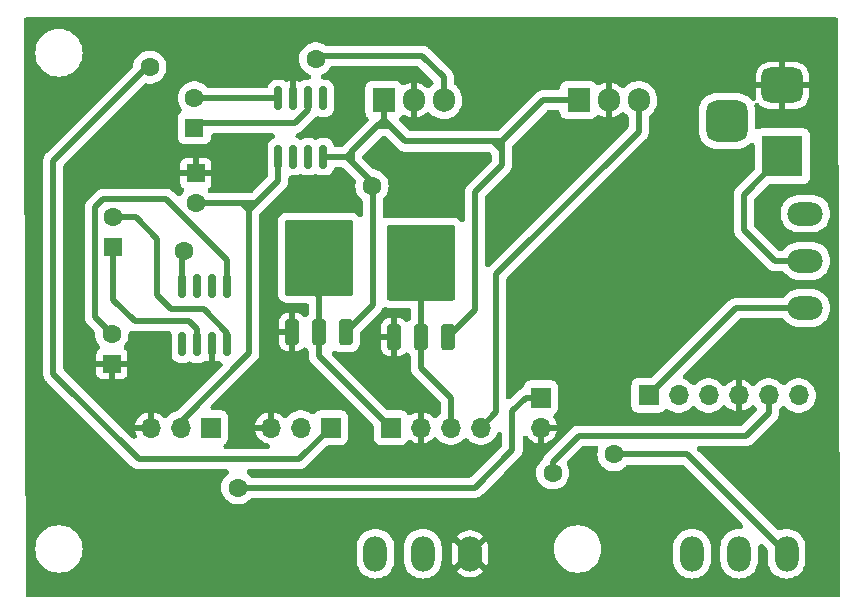
<source format=gbr>
%TF.GenerationSoftware,KiCad,Pcbnew,7.0.10*%
%TF.CreationDate,2024-04-03T15:56:10+05:30*%
%TF.ProjectId,power converter,706f7765-7220-4636-9f6e-766572746572,rev?*%
%TF.SameCoordinates,Original*%
%TF.FileFunction,Copper,L1,Top*%
%TF.FilePolarity,Positive*%
%FSLAX46Y46*%
G04 Gerber Fmt 4.6, Leading zero omitted, Abs format (unit mm)*
G04 Created by KiCad (PCBNEW 7.0.10) date 2024-04-03 15:56:10*
%MOMM*%
%LPD*%
G01*
G04 APERTURE LIST*
G04 Aperture macros list*
%AMRoundRect*
0 Rectangle with rounded corners*
0 $1 Rounding radius*
0 $2 $3 $4 $5 $6 $7 $8 $9 X,Y pos of 4 corners*
0 Add a 4 corners polygon primitive as box body*
4,1,4,$2,$3,$4,$5,$6,$7,$8,$9,$2,$3,0*
0 Add four circle primitives for the rounded corners*
1,1,$1+$1,$2,$3*
1,1,$1+$1,$4,$5*
1,1,$1+$1,$6,$7*
1,1,$1+$1,$8,$9*
0 Add four rect primitives between the rounded corners*
20,1,$1+$1,$2,$3,$4,$5,0*
20,1,$1+$1,$4,$5,$6,$7,0*
20,1,$1+$1,$6,$7,$8,$9,0*
20,1,$1+$1,$8,$9,$2,$3,0*%
G04 Aperture macros list end*
%TA.AperFunction,ComponentPad*%
%ADD10R,1.700000X1.700000*%
%TD*%
%TA.AperFunction,ComponentPad*%
%ADD11O,1.700000X1.700000*%
%TD*%
%TA.AperFunction,ComponentPad*%
%ADD12R,1.600000X1.600000*%
%TD*%
%TA.AperFunction,ComponentPad*%
%ADD13C,1.600000*%
%TD*%
%TA.AperFunction,ComponentPad*%
%ADD14R,1.905000X2.000000*%
%TD*%
%TA.AperFunction,ComponentPad*%
%ADD15O,1.905000X2.000000*%
%TD*%
%TA.AperFunction,ComponentPad*%
%ADD16O,2.000000X3.000000*%
%TD*%
%TA.AperFunction,SMDPad,CuDef*%
%ADD17RoundRect,0.150000X-0.150000X0.825000X-0.150000X-0.825000X0.150000X-0.825000X0.150000X0.825000X0*%
%TD*%
%TA.AperFunction,SMDPad,CuDef*%
%ADD18RoundRect,0.250000X0.350000X-0.850000X0.350000X0.850000X-0.350000X0.850000X-0.350000X-0.850000X0*%
%TD*%
%TA.AperFunction,SMDPad,CuDef*%
%ADD19RoundRect,0.250000X1.125000X-1.275000X1.125000X1.275000X-1.125000X1.275000X-1.125000X-1.275000X0*%
%TD*%
%TA.AperFunction,SMDPad,CuDef*%
%ADD20RoundRect,0.249997X2.650003X-2.950003X2.650003X2.950003X-2.650003X2.950003X-2.650003X-2.950003X0*%
%TD*%
%TA.AperFunction,ComponentPad*%
%ADD21O,3.000000X2.000000*%
%TD*%
%TA.AperFunction,ComponentPad*%
%ADD22R,3.500000X3.500000*%
%TD*%
%TA.AperFunction,ComponentPad*%
%ADD23RoundRect,0.750000X-1.000000X0.750000X-1.000000X-0.750000X1.000000X-0.750000X1.000000X0.750000X0*%
%TD*%
%TA.AperFunction,ComponentPad*%
%ADD24RoundRect,0.875000X-0.875000X0.875000X-0.875000X-0.875000X0.875000X-0.875000X0.875000X0.875000X0*%
%TD*%
%TA.AperFunction,SMDPad,CuDef*%
%ADD25RoundRect,0.150000X0.150000X-0.825000X0.150000X0.825000X-0.150000X0.825000X-0.150000X-0.825000X0*%
%TD*%
%TA.AperFunction,ViaPad*%
%ADD26C,1.600000*%
%TD*%
%TA.AperFunction,Conductor*%
%ADD27C,0.500000*%
%TD*%
G04 APERTURE END LIST*
D10*
%TO.P,J4,1,Pin_1*%
%TO.N,/15 V*%
X170050000Y-95930000D03*
D11*
%TO.P,J4,2,Pin_2*%
%TO.N,GND*%
X170050000Y-98470000D03*
%TD*%
D12*
%TO.P,C3,1*%
%TO.N,Net-(U5-CAP+)*%
X140713000Y-73070000D03*
D13*
%TO.P,C3,2*%
%TO.N,Net-(U5-CAP-)*%
X140713000Y-70570000D03*
%TD*%
D14*
%TO.P,U6,1,IN*%
%TO.N,/15 V*%
X173250000Y-70750000D03*
D15*
%TO.P,U6,2,GND*%
%TO.N,GND*%
X175790000Y-70750000D03*
%TO.P,U6,3,OUT*%
%TO.N,/9 V*%
X178330000Y-70750000D03*
%TD*%
D10*
%TO.P,J3,1,Pin_1*%
%TO.N,/15 V*%
X142110000Y-98470000D03*
D11*
%TO.P,J3,2,Pin_2*%
%TO.N,/-15 V*%
X139570000Y-98470000D03*
%TO.P,J3,3,Pin_3*%
%TO.N,GND*%
X137030000Y-98470000D03*
%TD*%
D16*
%TO.P,SW1,1,A*%
%TO.N,/9 V*%
X190850000Y-109150000D03*
%TO.P,SW1,2,B*%
%TO.N,Net-(J5-Pin_3)*%
X186850000Y-109150000D03*
%TO.P,SW1,3,C*%
%TO.N,/5 V*%
X182850000Y-109150000D03*
%TD*%
D17*
%TO.P,U5,1,BOOST*%
%TO.N,unconnected-(U5-BOOST-Pad1)*%
X151635000Y-70595000D03*
%TO.P,U5,2,CAP+*%
%TO.N,Net-(U5-CAP+)*%
X150365000Y-70595000D03*
%TO.P,U5,3,GND*%
%TO.N,GND*%
X149095000Y-70595000D03*
%TO.P,U5,4,CAP-*%
%TO.N,Net-(U5-CAP-)*%
X147825000Y-70595000D03*
%TO.P,U5,5,VOUT*%
%TO.N,/-15 V*%
X147825000Y-75545000D03*
%TO.P,U5,6,LV*%
%TO.N,unconnected-(U5-LV-Pad6)*%
X149095000Y-75545000D03*
%TO.P,U5,7,OSC*%
%TO.N,unconnected-(U5-OSC-Pad7)*%
X150365000Y-75545000D03*
%TO.P,U5,8,V+*%
%TO.N,/15 V*%
X151635000Y-75545000D03*
%TD*%
D12*
%TO.P,C2,1*%
%TO.N,Net-(U4-CAP+)*%
X133855000Y-83165113D03*
D13*
%TO.P,C2,2*%
%TO.N,Net-(U4-CAP-)*%
X133855000Y-80665113D03*
%TD*%
D10*
%TO.P,J6,1,Pin_1*%
%TO.N,/1.8 V*%
X157350000Y-98470000D03*
D11*
%TO.P,J6,2,Pin_2*%
%TO.N,GND*%
X159890000Y-98470000D03*
%TO.P,J6,3,Pin_3*%
%TO.N,/3.3 V*%
X162430000Y-98470000D03*
%TO.P,J6,4,Pin_4*%
%TO.N,/9 V*%
X164970000Y-98470000D03*
%TD*%
D10*
%TO.P,J2,1,Pin_1*%
%TO.N,/5 V*%
X152270000Y-98470000D03*
D11*
%TO.P,J2,2,Pin_2*%
%TO.N,/-5 V*%
X149730000Y-98470000D03*
%TO.P,J2,3,Pin_3*%
%TO.N,GND*%
X147190000Y-98470000D03*
%TD*%
D18*
%TO.P,U3,1,GND*%
%TO.N,GND*%
X148975000Y-90395000D03*
%TO.P,U3,2,VO*%
%TO.N,/1.8 V*%
X151255000Y-90395000D03*
D19*
X149730000Y-85770000D03*
X152780000Y-85770000D03*
D20*
X151255000Y-84095000D03*
D19*
X149730000Y-82420000D03*
X152780000Y-82420000D03*
D18*
%TO.P,U3,3,VI*%
%TO.N,/15 V*%
X153535000Y-90395000D03*
%TD*%
D21*
%TO.P,SW2,1,A*%
%TO.N,/15 V*%
X192450000Y-88350000D03*
%TO.P,SW2,2,B*%
%TO.N,Net-(SW2-B)*%
X192450000Y-84350000D03*
%TO.P,SW2,3,C*%
%TO.N,unconnected-(SW2-C-Pad3)*%
X192450000Y-80350000D03*
%TD*%
D10*
%TO.P,J5,1,Pin_1*%
%TO.N,/15 V*%
X179170000Y-95750000D03*
D11*
%TO.P,J5,2,Pin_2*%
%TO.N,/5 V*%
X181710000Y-95750000D03*
%TO.P,J5,3,Pin_3*%
%TO.N,Net-(J5-Pin_3)*%
X184250000Y-95750000D03*
%TO.P,J5,4,Pin_4*%
%TO.N,GND*%
X186790000Y-95750000D03*
%TO.P,J5,5,Pin_5*%
%TO.N,Net-(J5-Pin_5)*%
X189330000Y-95750000D03*
%TO.P,J5,6,Pin_6*%
%TO.N,/-15 V*%
X191870000Y-95750000D03*
%TD*%
D12*
%TO.P,C4,1*%
%TO.N,GND*%
X140840000Y-76944888D03*
D13*
%TO.P,C4,2*%
%TO.N,/-15 V*%
X140840000Y-79444888D03*
%TD*%
D22*
%TO.P,J1,1*%
%TO.N,Net-(SW2-B)*%
X190500000Y-75500000D03*
D23*
%TO.P,J1,2*%
%TO.N,GND*%
X190500000Y-69500000D03*
D24*
%TO.P,J1,3*%
%TO.N,N/C*%
X185800000Y-72500000D03*
%TD*%
D18*
%TO.P,U2,1,GND*%
%TO.N,GND*%
X157610000Y-90810000D03*
%TO.P,U2,2,VO*%
%TO.N,/3.3 V*%
X159890000Y-90810000D03*
D19*
X158365000Y-86185000D03*
X161415000Y-86185000D03*
D20*
X159890000Y-84510000D03*
D19*
X158365000Y-82835000D03*
X161415000Y-82835000D03*
D18*
%TO.P,U2,3,VI*%
%TO.N,/15 V*%
X162170000Y-90810000D03*
%TD*%
D14*
%TO.P,U1,1,VI*%
%TO.N,/15 V*%
X156750000Y-70750000D03*
D15*
%TO.P,U1,2,GND*%
%TO.N,GND*%
X159290000Y-70750000D03*
%TO.P,U1,3,VO*%
%TO.N,/5 V*%
X161830000Y-70750000D03*
%TD*%
D12*
%TO.P,C1,1*%
%TO.N,GND*%
X133728000Y-93071113D03*
D13*
%TO.P,C1,2*%
%TO.N,/-5 V*%
X133728000Y-90571113D03*
%TD*%
D16*
%TO.P,SW3,1,A*%
%TO.N,GND*%
X164050000Y-109150000D03*
%TO.P,SW3,2,B*%
%TO.N,Net-(J5-Pin_5)*%
X160050000Y-109150000D03*
%TO.P,SW3,3,C*%
%TO.N,/-5 V*%
X156050000Y-109150000D03*
%TD*%
D25*
%TO.P,U4,1,NC*%
%TO.N,unconnected-(U4-NC-Pad1)*%
X139697000Y-91420000D03*
%TO.P,U4,2,CAP+*%
%TO.N,Net-(U4-CAP+)*%
X140967000Y-91420000D03*
%TO.P,U4,3,GND*%
%TO.N,GND*%
X142237000Y-91420000D03*
%TO.P,U4,4,CAP-*%
%TO.N,Net-(U4-CAP-)*%
X143507000Y-91420000D03*
%TO.P,U4,5,VOUT*%
%TO.N,/-5 V*%
X143507000Y-86470000D03*
%TO.P,U4,6,LV*%
%TO.N,unconnected-(U4-LV-Pad6)*%
X142237000Y-86470000D03*
%TO.P,U4,7,OSC*%
%TO.N,unconnected-(U4-OSC-Pad7)*%
X140967000Y-86470000D03*
%TO.P,U4,8,V+*%
%TO.N,/5 V*%
X139697000Y-86470000D03*
%TD*%
D26*
%TO.N,GND*%
X179250000Y-104750000D03*
X176750000Y-87350000D03*
X139697000Y-95041000D03*
X133250000Y-75750000D03*
X157604000Y-94660000D03*
X148250000Y-109750000D03*
X149603000Y-94787000D03*
X140250000Y-65750000D03*
X129250000Y-70750000D03*
X162250000Y-76500000D03*
X159250000Y-105750000D03*
X168250000Y-106750000D03*
X147250000Y-65350000D03*
X161668000Y-101264000D03*
X134250000Y-105750000D03*
X136522000Y-75737000D03*
X185250000Y-92750000D03*
X170500000Y-75250000D03*
X150250000Y-78750000D03*
X173250000Y-82500000D03*
X191250000Y-101750000D03*
X184250000Y-81950000D03*
X154250000Y-100750000D03*
X165750000Y-70500000D03*
X129250000Y-100750000D03*
%TO.N,/15 V*%
X144396000Y-103550000D03*
X155750000Y-78000000D03*
%TO.N,/5 V*%
X151000000Y-67250000D03*
X139824000Y-83484000D03*
X136943000Y-67950000D03*
%TO.N,/9 V*%
X176250000Y-100750000D03*
%TO.N,Net-(J5-Pin_5)*%
X171050000Y-102300000D03*
%TD*%
D27*
%TO.N,GND*%
X147250000Y-65350000D02*
X149095000Y-67195000D01*
X149095000Y-67195000D02*
X149095000Y-70595000D01*
X140222214Y-95041000D02*
X139697000Y-95041000D01*
X142237000Y-93026214D02*
X140222214Y-95041000D01*
X142237000Y-91420000D02*
X142237000Y-93026214D01*
%TO.N,Net-(U4-CAP+)*%
X140250000Y-89450000D02*
X140967000Y-90167000D01*
X135650000Y-89450000D02*
X140250000Y-89450000D01*
X133850000Y-87650000D02*
X135650000Y-89450000D01*
X140967000Y-90167000D02*
X140967000Y-91420000D01*
X133855000Y-83165113D02*
X133855000Y-87645000D01*
X133855000Y-87645000D02*
X133850000Y-87650000D01*
%TO.N,Net-(U4-CAP-)*%
X137574113Y-87274113D02*
X138750000Y-88450000D01*
X137574113Y-82474113D02*
X137574113Y-87274113D01*
X141518948Y-88450000D02*
X143507000Y-90438052D01*
X133855000Y-80665113D02*
X135765113Y-80665113D01*
X143507000Y-90438052D02*
X143507000Y-91420000D01*
X138750000Y-88450000D02*
X141518948Y-88450000D01*
X135765113Y-80665113D02*
X137574113Y-82474113D01*
%TO.N,Net-(U5-CAP+)*%
X149252948Y-72689000D02*
X150365000Y-71576948D01*
X140713000Y-73070000D02*
X141094000Y-72689000D01*
X150365000Y-71576948D02*
X150365000Y-70595000D01*
X141094000Y-72689000D02*
X149252948Y-72689000D01*
%TO.N,Net-(U5-CAP-)*%
X140713000Y-70570000D02*
X147800000Y-70570000D01*
X147800000Y-70570000D02*
X147825000Y-70595000D01*
%TO.N,/-5 V*%
X132305000Y-89148113D02*
X133728000Y-90571113D01*
X143507000Y-86470000D02*
X143507000Y-84303920D01*
X143507000Y-84303920D02*
X138318193Y-79115113D01*
X138318193Y-79115113D02*
X133016887Y-79115113D01*
X133016887Y-79115113D02*
X132305000Y-79827000D01*
X132305000Y-79827000D02*
X132305000Y-89148113D01*
%TO.N,/15 V*%
X186570000Y-88350000D02*
X179170000Y-95750000D01*
X158590000Y-74250000D02*
X166000000Y-74250000D01*
X166000000Y-74250000D02*
X166750000Y-74250000D01*
X154160000Y-76090000D02*
X153615000Y-75545000D01*
X154080000Y-76010000D02*
X154080000Y-75080000D01*
X192450000Y-88350000D02*
X186570000Y-88350000D01*
X157295000Y-72955000D02*
X158590000Y-74250000D01*
X166750000Y-75000000D02*
X166000000Y-74250000D01*
X156205000Y-72955000D02*
X154080000Y-75080000D01*
X170250000Y-70750000D02*
X173250000Y-70750000D01*
X166750000Y-74250000D02*
X170250000Y-70750000D01*
X168820000Y-95930000D02*
X170050000Y-95930000D01*
X164462000Y-78538000D02*
X166750000Y-76250000D01*
X164462000Y-88518000D02*
X164462000Y-78538000D01*
X167650000Y-100350000D02*
X167650000Y-97100000D01*
X167650000Y-97100000D02*
X168820000Y-95930000D01*
X155826000Y-77756000D02*
X154160000Y-76090000D01*
X153535000Y-90395000D02*
X155826000Y-88104000D01*
X156205000Y-72955000D02*
X157295000Y-72955000D01*
X166750000Y-76250000D02*
X166750000Y-75000000D01*
X155826000Y-88104000D02*
X155826000Y-77756000D01*
X144396000Y-103550000D02*
X164450000Y-103550000D01*
X156750000Y-72410000D02*
X156750000Y-70750000D01*
X151700000Y-75610000D02*
X151635000Y-75545000D01*
X164450000Y-103550000D02*
X167650000Y-100350000D01*
X156750000Y-72410000D02*
X156205000Y-72955000D01*
X153615000Y-75545000D02*
X151635000Y-75545000D01*
X156750000Y-72410000D02*
X157295000Y-72955000D01*
X154080000Y-75080000D02*
X153615000Y-75545000D01*
X162170000Y-90810000D02*
X164462000Y-88518000D01*
X154160000Y-76090000D02*
X154080000Y-76010000D01*
X166750000Y-75000000D02*
X166750000Y-74250000D01*
%TO.N,/-15 V*%
X147825000Y-76753000D02*
X147825000Y-75545000D01*
X139570000Y-98470000D02*
X139570000Y-97962000D01*
X144750000Y-79444888D02*
X140840000Y-79444888D01*
X145350000Y-80044888D02*
X145950000Y-79444888D01*
X145950000Y-79444888D02*
X140840000Y-79444888D01*
X145350000Y-80044888D02*
X144750000Y-79444888D01*
X139570000Y-97962000D02*
X145350000Y-92182000D01*
X145350000Y-92182000D02*
X145350000Y-80044888D01*
X145955112Y-79444888D02*
X145950000Y-79444888D01*
X147825000Y-75545000D02*
X147825000Y-77575000D01*
X147825000Y-77575000D02*
X145955112Y-79444888D01*
%TO.N,/5 V*%
X136014000Y-101137000D02*
X149603000Y-101137000D01*
X139697000Y-86470000D02*
X139697000Y-83611000D01*
X149603000Y-101137000D02*
X152270000Y-98470000D01*
X181650000Y-95810000D02*
X181710000Y-95750000D01*
X128775000Y-75864000D02*
X128775000Y-93898000D01*
X128775000Y-93898000D02*
X136014000Y-101137000D01*
X136689000Y-67950000D02*
X136268000Y-68371000D01*
X136943000Y-67950000D02*
X136689000Y-67950000D01*
X136689000Y-67950000D02*
X128775000Y-75864000D01*
X151000000Y-67250000D02*
X151250000Y-67000000D01*
X161830000Y-68830000D02*
X161830000Y-70750000D01*
X151250000Y-67000000D02*
X160000000Y-67000000D01*
X139697000Y-83611000D02*
X139824000Y-83484000D01*
X160000000Y-67000000D02*
X161830000Y-68830000D01*
%TO.N,/1.8 V*%
X157350000Y-98470000D02*
X151255000Y-92375000D01*
X151255000Y-92375000D02*
X151255000Y-90395000D01*
X151255000Y-90395000D02*
X151255000Y-87295000D01*
X151255000Y-87295000D02*
X149730000Y-85770000D01*
%TO.N,/3.3 V*%
X159890000Y-87710000D02*
X161415000Y-86185000D01*
X159890000Y-93390000D02*
X159890000Y-90810000D01*
X162430000Y-98470000D02*
X162430000Y-95930000D01*
X162430000Y-95930000D02*
X159890000Y-93390000D01*
X159890000Y-90810000D02*
X159890000Y-87710000D01*
%TO.N,/9 V*%
X178330000Y-73420000D02*
X178330000Y-70750000D01*
X166250000Y-97190000D02*
X166250000Y-85500000D01*
X176250000Y-100750000D02*
X182450000Y-100750000D01*
X166250000Y-85500000D02*
X178330000Y-73420000D01*
X164970000Y-98470000D02*
X166250000Y-97190000D01*
X182450000Y-100750000D02*
X190850000Y-109150000D01*
%TO.N,Net-(SW2-B)*%
X192450000Y-84350000D02*
X189850000Y-84350000D01*
X189850000Y-84350000D02*
X187250000Y-81750000D01*
X187250000Y-78750000D02*
X190500000Y-75500000D01*
X187250000Y-81750000D02*
X187250000Y-78750000D01*
%TO.N,Net-(J5-Pin_5)*%
X187450000Y-99150000D02*
X189330000Y-97270000D01*
X171050000Y-101350000D02*
X173250000Y-99150000D01*
X173250000Y-99150000D02*
X187450000Y-99150000D01*
X189330000Y-97270000D02*
X189330000Y-95750000D01*
X171050000Y-102300000D02*
X171050000Y-101350000D01*
%TD*%
%TA.AperFunction,Conductor*%
%TO.N,GND*%
G36*
X153254859Y-76414454D02*
G01*
X153335641Y-76468430D01*
X153468092Y-76600881D01*
X153472794Y-76605713D01*
X153526150Y-76662040D01*
X153536441Y-76670781D01*
X153535821Y-76671510D01*
X153552522Y-76685311D01*
X153977210Y-77109999D01*
X154318792Y-77451580D01*
X154372769Y-77532362D01*
X154391723Y-77627650D01*
X154384104Y-77688775D01*
X154363867Y-77768689D01*
X154363866Y-77768692D01*
X154344700Y-78000000D01*
X154363866Y-78231308D01*
X154363868Y-78231315D01*
X154420508Y-78454979D01*
X154420843Y-78456300D01*
X154442449Y-78505556D01*
X154514074Y-78668846D01*
X154641019Y-78863151D01*
X154641022Y-78863155D01*
X154760947Y-78993428D01*
X154798216Y-79033913D01*
X154879437Y-79097130D01*
X154942991Y-79170612D01*
X154973587Y-79262823D01*
X154975500Y-79293626D01*
X154975500Y-80412030D01*
X154956546Y-80507318D01*
X154902570Y-80588100D01*
X154821788Y-80642076D01*
X154726500Y-80661030D01*
X154631212Y-80642076D01*
X154550430Y-80588100D01*
X154532428Y-80568033D01*
X154509947Y-80540066D01*
X154509944Y-80540063D01*
X154509941Y-80540059D01*
X154506585Y-80537362D01*
X154365755Y-80424158D01*
X154365753Y-80424157D01*
X154200024Y-80341963D01*
X154105579Y-80318476D01*
X154020497Y-80297317D01*
X154020493Y-80297316D01*
X154020484Y-80297315D01*
X153978984Y-80294501D01*
X153978959Y-80294500D01*
X153978956Y-80294500D01*
X148531044Y-80294500D01*
X148531040Y-80294500D01*
X148531015Y-80294501D01*
X148489515Y-80297315D01*
X148489504Y-80297316D01*
X148489503Y-80297317D01*
X148429661Y-80312199D01*
X148309975Y-80341963D01*
X148144246Y-80424157D01*
X148144244Y-80424158D01*
X148000063Y-80540055D01*
X148000055Y-80540063D01*
X147884158Y-80684244D01*
X147884157Y-80684246D01*
X147801963Y-80849975D01*
X147757317Y-81029504D01*
X147757315Y-81029515D01*
X147754501Y-81071015D01*
X147754500Y-81071047D01*
X147754500Y-87118952D01*
X147754501Y-87118984D01*
X147757315Y-87160484D01*
X147757316Y-87160493D01*
X147757317Y-87160497D01*
X147774458Y-87229422D01*
X147801963Y-87340024D01*
X147884157Y-87505753D01*
X147884158Y-87505755D01*
X147971437Y-87614334D01*
X148000059Y-87649941D01*
X148023682Y-87668930D01*
X148144244Y-87765841D01*
X148144246Y-87765842D01*
X148309977Y-87848037D01*
X148489503Y-87892683D01*
X148489513Y-87892683D01*
X148489515Y-87892684D01*
X148524698Y-87895069D01*
X148531044Y-87895500D01*
X148531046Y-87895500D01*
X150155500Y-87895500D01*
X150250788Y-87914454D01*
X150331570Y-87968430D01*
X150385546Y-88049212D01*
X150404500Y-88144500D01*
X150404500Y-88736788D01*
X150385546Y-88832076D01*
X150331570Y-88912858D01*
X150311507Y-88930857D01*
X150300065Y-88940054D01*
X150300055Y-88940064D01*
X150242517Y-89011645D01*
X150168045Y-89074038D01*
X150075365Y-89103183D01*
X149978586Y-89094643D01*
X149892442Y-89049716D01*
X149872374Y-89031713D01*
X149793345Y-88952684D01*
X149793341Y-88952681D01*
X149644121Y-88860641D01*
X149644120Y-88860640D01*
X149477701Y-88805495D01*
X149477694Y-88805494D01*
X149374981Y-88795000D01*
X149225001Y-88795000D01*
X149225000Y-88795001D01*
X149225000Y-91994998D01*
X149225001Y-91994999D01*
X149374968Y-91994999D01*
X149374984Y-91994998D01*
X149477699Y-91984505D01*
X149477702Y-91984504D01*
X149644119Y-91929359D01*
X149644121Y-91929358D01*
X149793341Y-91837318D01*
X149793344Y-91837316D01*
X149872373Y-91758287D01*
X149953155Y-91704311D01*
X150048443Y-91685356D01*
X150143731Y-91704309D01*
X150224513Y-91758285D01*
X150242516Y-91778353D01*
X150300060Y-91849940D01*
X150311502Y-91859137D01*
X150373894Y-91933607D01*
X150403040Y-92026287D01*
X150404500Y-92053210D01*
X150404500Y-92330309D01*
X150403679Y-92350515D01*
X150399799Y-92398165D01*
X150399799Y-92398172D01*
X150410276Y-92475075D01*
X150411095Y-92481764D01*
X150419484Y-92558904D01*
X150421969Y-92570192D01*
X150424775Y-92581475D01*
X150451536Y-92654320D01*
X150453773Y-92660673D01*
X150478557Y-92734227D01*
X150483417Y-92744732D01*
X150488567Y-92755114D01*
X150488568Y-92755116D01*
X150518070Y-92801272D01*
X150530364Y-92820505D01*
X150533906Y-92826216D01*
X150573665Y-92892296D01*
X150573931Y-92892737D01*
X150580935Y-92901951D01*
X150588197Y-92910986D01*
X150643092Y-92965881D01*
X150647794Y-92970713D01*
X150701150Y-93027040D01*
X150711441Y-93035781D01*
X150710821Y-93036510D01*
X150727520Y-93050309D01*
X155826570Y-98149358D01*
X155880546Y-98230140D01*
X155899500Y-98325428D01*
X155899500Y-99359360D01*
X155899501Y-99359362D01*
X155914955Y-99476761D01*
X155940537Y-99538521D01*
X155975464Y-99622841D01*
X155975465Y-99622843D01*
X155975466Y-99622844D01*
X156067995Y-99743431D01*
X156071718Y-99748282D01*
X156071722Y-99748285D01*
X156071723Y-99748286D01*
X156143741Y-99803547D01*
X156197159Y-99844536D01*
X156343238Y-99905044D01*
X156460639Y-99920500D01*
X158239360Y-99920499D01*
X158356762Y-99905044D01*
X158502841Y-99844536D01*
X158628282Y-99748282D01*
X158724536Y-99622841D01*
X158724535Y-99622841D01*
X158734471Y-99609894D01*
X158736545Y-99611485D01*
X158784618Y-99556655D01*
X158871748Y-99513672D01*
X158968694Y-99507305D01*
X159060697Y-99538521D01*
X159079048Y-99550210D01*
X159212423Y-99643600D01*
X159426511Y-99743431D01*
X159640000Y-99800635D01*
X159640000Y-98905501D01*
X159747685Y-98954680D01*
X159854237Y-98970000D01*
X159925763Y-98970000D01*
X160032315Y-98954680D01*
X160140000Y-98905501D01*
X160140000Y-99800635D01*
X160353488Y-99743431D01*
X160567576Y-99643600D01*
X160761079Y-99508107D01*
X160917601Y-99351586D01*
X160998382Y-99297609D01*
X161093670Y-99278655D01*
X161188958Y-99297609D01*
X161269740Y-99351585D01*
X161276867Y-99359012D01*
X161281426Y-99363964D01*
X161281429Y-99363969D01*
X161444236Y-99540825D01*
X161633933Y-99688472D01*
X161845344Y-99802882D01*
X162072703Y-99880934D01*
X162309808Y-99920500D01*
X162550192Y-99920500D01*
X162787297Y-99880934D01*
X163014656Y-99802882D01*
X163226067Y-99688472D01*
X163415764Y-99540825D01*
X163516806Y-99431062D01*
X163595285Y-99373796D01*
X163689709Y-99350920D01*
X163785699Y-99365919D01*
X163868642Y-99416511D01*
X163883184Y-99431053D01*
X163925260Y-99476760D01*
X163984229Y-99540818D01*
X163984231Y-99540819D01*
X163984236Y-99540825D01*
X164173933Y-99688472D01*
X164385344Y-99802882D01*
X164612703Y-99880934D01*
X164849808Y-99920500D01*
X165090192Y-99920500D01*
X165327297Y-99880934D01*
X165554656Y-99802882D01*
X165766067Y-99688472D01*
X165955764Y-99540825D01*
X166118571Y-99363969D01*
X166250049Y-99162728D01*
X166322472Y-98997619D01*
X166378107Y-98917971D01*
X166459986Y-98865676D01*
X166555646Y-98848695D01*
X166650522Y-98869614D01*
X166730171Y-98925249D01*
X166782466Y-99007128D01*
X166799500Y-99097642D01*
X166799500Y-99894571D01*
X166780546Y-99989859D01*
X166726570Y-100070641D01*
X164170641Y-102626570D01*
X164089859Y-102680546D01*
X163994571Y-102699500D01*
X145625849Y-102699500D01*
X145530561Y-102680546D01*
X145449779Y-102626570D01*
X145442654Y-102619143D01*
X145347785Y-102516088D01*
X145347779Y-102516083D01*
X145241029Y-102432996D01*
X145177475Y-102359512D01*
X145146880Y-102267300D01*
X145153902Y-102170399D01*
X145197472Y-102083561D01*
X145270956Y-102020007D01*
X145363168Y-101989412D01*
X145393968Y-101987500D01*
X149558310Y-101987500D01*
X149578516Y-101988321D01*
X149584205Y-101988784D01*
X149626167Y-101992201D01*
X149703098Y-101981718D01*
X149709685Y-101980911D01*
X149786910Y-101972514D01*
X149786911Y-101972513D01*
X149798217Y-101970024D01*
X149809461Y-101967227D01*
X149809468Y-101967227D01*
X149872565Y-101944046D01*
X149882321Y-101940462D01*
X149888681Y-101938223D01*
X149923567Y-101926468D01*
X149962221Y-101913444D01*
X149962230Y-101913438D01*
X149972754Y-101908570D01*
X149983104Y-101903436D01*
X149983116Y-101903432D01*
X150048570Y-101861593D01*
X150054209Y-101858096D01*
X150120736Y-101818070D01*
X150120746Y-101818059D01*
X150129942Y-101811071D01*
X150138978Y-101803806D01*
X150138989Y-101803800D01*
X150193893Y-101748893D01*
X150198650Y-101744263D01*
X150255041Y-101690849D01*
X150255043Y-101690844D01*
X150263781Y-101680558D01*
X150264514Y-101681181D01*
X150278311Y-101664475D01*
X151949358Y-99993429D01*
X152030140Y-99939453D01*
X152125428Y-99920499D01*
X153159361Y-99920499D01*
X153159361Y-99920498D01*
X153276762Y-99905044D01*
X153422841Y-99844536D01*
X153548282Y-99748282D01*
X153644536Y-99622841D01*
X153705044Y-99476762D01*
X153720500Y-99359361D01*
X153720499Y-97580640D01*
X153705044Y-97463238D01*
X153644536Y-97317159D01*
X153594178Y-97251531D01*
X153548286Y-97191723D01*
X153548285Y-97191722D01*
X153548282Y-97191718D01*
X153548277Y-97191714D01*
X153548276Y-97191713D01*
X153422844Y-97095466D01*
X153422843Y-97095465D01*
X153422841Y-97095464D01*
X153276762Y-97034956D01*
X153276760Y-97034955D01*
X153159362Y-97019500D01*
X151380639Y-97019500D01*
X151380637Y-97019501D01*
X151263238Y-97034955D01*
X151154475Y-97080006D01*
X151117159Y-97095464D01*
X151117158Y-97095464D01*
X151117155Y-97095466D01*
X150991723Y-97191713D01*
X150991716Y-97191720D01*
X150941499Y-97257165D01*
X150868454Y-97321223D01*
X150776455Y-97352453D01*
X150679508Y-97346098D01*
X150592372Y-97303128D01*
X150591014Y-97302078D01*
X150526072Y-97251531D01*
X150526068Y-97251528D01*
X150526067Y-97251528D01*
X150415539Y-97191713D01*
X150314655Y-97137117D01*
X150087297Y-97059066D01*
X150087294Y-97059065D01*
X149850192Y-97019500D01*
X149609808Y-97019500D01*
X149372705Y-97059065D01*
X149372702Y-97059066D01*
X149145344Y-97137117D01*
X148933931Y-97251529D01*
X148855907Y-97312258D01*
X148744236Y-97399175D01*
X148744234Y-97399176D01*
X148744234Y-97399177D01*
X148744228Y-97399182D01*
X148576866Y-97580987D01*
X148498384Y-97638256D01*
X148403961Y-97661131D01*
X148307971Y-97646131D01*
X148225028Y-97595539D01*
X148217601Y-97588414D01*
X148061076Y-97431889D01*
X147867576Y-97296399D01*
X147653484Y-97196566D01*
X147440001Y-97139363D01*
X147440000Y-97139364D01*
X147440000Y-98034498D01*
X147332315Y-97985320D01*
X147225763Y-97970000D01*
X147154237Y-97970000D01*
X147047685Y-97985320D01*
X146940000Y-98034498D01*
X146940000Y-97139364D01*
X146939998Y-97139363D01*
X146726516Y-97196566D01*
X146726505Y-97196570D01*
X146512428Y-97296396D01*
X146512420Y-97296400D01*
X146318923Y-97431889D01*
X146151889Y-97598923D01*
X146016400Y-97792420D01*
X146016396Y-97792428D01*
X145916570Y-98006505D01*
X145916566Y-98006516D01*
X145859363Y-98219998D01*
X145859364Y-98220000D01*
X146756314Y-98220000D01*
X146730507Y-98260156D01*
X146690000Y-98398111D01*
X146690000Y-98541889D01*
X146730507Y-98679844D01*
X146756314Y-98720000D01*
X145859364Y-98720000D01*
X145859363Y-98720001D01*
X145916566Y-98933483D01*
X145916566Y-98933485D01*
X146016399Y-99147576D01*
X146151889Y-99341076D01*
X146318923Y-99508110D01*
X146512423Y-99643600D01*
X146726510Y-99743431D01*
X146926374Y-99796984D01*
X147013509Y-99839955D01*
X147077568Y-99913000D01*
X147108798Y-100004999D01*
X147102444Y-100101946D01*
X147059473Y-100189081D01*
X146986428Y-100253140D01*
X146894429Y-100284370D01*
X146861928Y-100286500D01*
X143420393Y-100286500D01*
X143325105Y-100267546D01*
X143244323Y-100213570D01*
X143190347Y-100132788D01*
X143171393Y-100037500D01*
X143190347Y-99942212D01*
X143244323Y-99861430D01*
X143268811Y-99839955D01*
X143280393Y-99831068D01*
X143388282Y-99748282D01*
X143484536Y-99622841D01*
X143545044Y-99476762D01*
X143560500Y-99359361D01*
X143560499Y-97580640D01*
X143545044Y-97463238D01*
X143484536Y-97317159D01*
X143434178Y-97251531D01*
X143388286Y-97191723D01*
X143388285Y-97191722D01*
X143388282Y-97191718D01*
X143388277Y-97191714D01*
X143388276Y-97191713D01*
X143262844Y-97095466D01*
X143262843Y-97095465D01*
X143262841Y-97095464D01*
X143116762Y-97034956D01*
X143116760Y-97034955D01*
X142999362Y-97019500D01*
X142999361Y-97019500D01*
X142316428Y-97019500D01*
X142221140Y-97000546D01*
X142140358Y-96946570D01*
X142086382Y-96865788D01*
X142067428Y-96770500D01*
X142086382Y-96675212D01*
X142140358Y-96594430D01*
X144022899Y-94711889D01*
X145919813Y-92814974D01*
X145934659Y-92801289D01*
X145971100Y-92770337D01*
X146018086Y-92708525D01*
X146022218Y-92703242D01*
X146036120Y-92685948D01*
X146070841Y-92642754D01*
X146070844Y-92642746D01*
X146077075Y-92632998D01*
X146083056Y-92623060D01*
X146115643Y-92552622D01*
X146118559Y-92546536D01*
X146153036Y-92477021D01*
X146153038Y-92477009D01*
X146157048Y-92466098D01*
X146160732Y-92455166D01*
X146163787Y-92441287D01*
X146177428Y-92379309D01*
X146178943Y-92372847D01*
X146197684Y-92297495D01*
X146197684Y-92297493D01*
X146199242Y-92286056D01*
X146200500Y-92274495D01*
X146200500Y-92196912D01*
X146200591Y-92190171D01*
X146201307Y-92163734D01*
X146202693Y-92112568D01*
X146202691Y-92112560D01*
X146201597Y-92099110D01*
X146202549Y-92099032D01*
X146200500Y-92077465D01*
X146200500Y-91294984D01*
X147875001Y-91294984D01*
X147885494Y-91397699D01*
X147885495Y-91397702D01*
X147940640Y-91564119D01*
X147940641Y-91564121D01*
X148032681Y-91713341D01*
X148032684Y-91713345D01*
X148156654Y-91837315D01*
X148156658Y-91837318D01*
X148305878Y-91929358D01*
X148305879Y-91929359D01*
X148472298Y-91984504D01*
X148472305Y-91984505D01*
X148575023Y-91994999D01*
X148724999Y-91994998D01*
X148725000Y-91994998D01*
X148725000Y-90645001D01*
X148724999Y-90645000D01*
X147875002Y-90645000D01*
X147875001Y-90645001D01*
X147875001Y-91294984D01*
X146200500Y-91294984D01*
X146200500Y-90144999D01*
X147875000Y-90144999D01*
X147875001Y-90145000D01*
X148724999Y-90145000D01*
X148725000Y-90144999D01*
X148725000Y-88794999D01*
X148575024Y-88795000D01*
X148472300Y-88805494D01*
X148472297Y-88805495D01*
X148305880Y-88860640D01*
X148305878Y-88860641D01*
X148156658Y-88952681D01*
X148156654Y-88952684D01*
X148032684Y-89076654D01*
X148032681Y-89076658D01*
X147940641Y-89225878D01*
X147940640Y-89225879D01*
X147885495Y-89392298D01*
X147885494Y-89392305D01*
X147875000Y-89495018D01*
X147875000Y-90144999D01*
X146200500Y-90144999D01*
X146200500Y-80500315D01*
X146219454Y-80405027D01*
X146273428Y-80324248D01*
X146456198Y-80141477D01*
X146463067Y-80135483D01*
X146462938Y-80135346D01*
X146464003Y-80134336D01*
X146467646Y-80131487D01*
X146480602Y-80120181D01*
X146480576Y-80120149D01*
X146481385Y-80119498D01*
X146481654Y-80119264D01*
X146482071Y-80118946D01*
X146491098Y-80111690D01*
X146491098Y-80111689D01*
X146491101Y-80111688D01*
X146546006Y-80056781D01*
X146550764Y-80052150D01*
X146607153Y-79998737D01*
X146607156Y-79998731D01*
X146615894Y-79988446D01*
X146616627Y-79989069D01*
X146630420Y-79972367D01*
X148394802Y-78207984D01*
X148409664Y-78194285D01*
X148446100Y-78163337D01*
X148493064Y-78101555D01*
X148497201Y-78096263D01*
X148545842Y-78035754D01*
X148545843Y-78035752D01*
X148552057Y-78026029D01*
X148558050Y-78016069D01*
X148558054Y-78016064D01*
X148588774Y-77949663D01*
X148590645Y-77945619D01*
X148593560Y-77939535D01*
X148603881Y-77918725D01*
X148628036Y-77870021D01*
X148628038Y-77870010D01*
X148632052Y-77859086D01*
X148635732Y-77848166D01*
X148638620Y-77835044D01*
X148652428Y-77772309D01*
X148653943Y-77765847D01*
X148672684Y-77690495D01*
X148672684Y-77690493D01*
X148674242Y-77679056D01*
X148675500Y-77667495D01*
X148675500Y-77589912D01*
X148675591Y-77583171D01*
X148676412Y-77552844D01*
X148677693Y-77505568D01*
X148677691Y-77505560D01*
X148676597Y-77492110D01*
X148677549Y-77492032D01*
X148675500Y-77470465D01*
X148675500Y-77369499D01*
X148694454Y-77274211D01*
X148748430Y-77193429D01*
X148829212Y-77139453D01*
X148924495Y-77120499D01*
X149295008Y-77120499D01*
X149397797Y-77109999D01*
X149564334Y-77054814D01*
X149599282Y-77033257D01*
X149690331Y-76999366D01*
X149787422Y-77002897D01*
X149860716Y-77033257D01*
X149895666Y-77054814D01*
X149895668Y-77054815D01*
X150056570Y-77108132D01*
X150062203Y-77109999D01*
X150164991Y-77120500D01*
X150565008Y-77120499D01*
X150667797Y-77109999D01*
X150834334Y-77054814D01*
X150869282Y-77033257D01*
X150960331Y-76999366D01*
X151057422Y-77002897D01*
X151130716Y-77033257D01*
X151165666Y-77054814D01*
X151165668Y-77054815D01*
X151326570Y-77108132D01*
X151332203Y-77109999D01*
X151434991Y-77120500D01*
X151835008Y-77120499D01*
X151937797Y-77109999D01*
X152104334Y-77054814D01*
X152253656Y-76962712D01*
X152377712Y-76838656D01*
X152469814Y-76689334D01*
X152498340Y-76603249D01*
X152510624Y-76566178D01*
X152558588Y-76481689D01*
X152635234Y-76421985D01*
X152728893Y-76396158D01*
X152746985Y-76395500D01*
X153159571Y-76395500D01*
X153254859Y-76414454D01*
G37*
%TD.AperFunction*%
%TA.AperFunction,Conductor*%
G36*
X156931626Y-88260783D02*
G01*
X156931876Y-88259779D01*
X156943161Y-88262585D01*
X156944182Y-88262745D01*
X156944347Y-88262806D01*
X156944973Y-88263036D01*
X156944976Y-88263036D01*
X156944977Y-88263037D01*
X157124503Y-88307683D01*
X157124513Y-88307683D01*
X157124515Y-88307684D01*
X157159698Y-88310069D01*
X157166044Y-88310500D01*
X157166046Y-88310500D01*
X158790500Y-88310500D01*
X158885788Y-88329454D01*
X158966570Y-88383430D01*
X159020546Y-88464212D01*
X159039500Y-88559500D01*
X159039500Y-89151788D01*
X159020546Y-89247076D01*
X158966570Y-89327858D01*
X158946507Y-89345857D01*
X158935065Y-89355054D01*
X158935055Y-89355064D01*
X158877517Y-89426645D01*
X158803045Y-89489038D01*
X158710365Y-89518183D01*
X158613586Y-89509643D01*
X158527442Y-89464716D01*
X158507374Y-89446713D01*
X158428345Y-89367684D01*
X158428341Y-89367681D01*
X158279121Y-89275641D01*
X158279120Y-89275640D01*
X158112701Y-89220495D01*
X158112694Y-89220494D01*
X158009981Y-89210000D01*
X157860001Y-89210000D01*
X157860000Y-89210001D01*
X157860000Y-92409998D01*
X157860001Y-92409999D01*
X158009968Y-92409999D01*
X158009984Y-92409998D01*
X158112699Y-92399505D01*
X158112702Y-92399504D01*
X158279119Y-92344359D01*
X158279121Y-92344358D01*
X158428341Y-92252318D01*
X158428344Y-92252316D01*
X158507373Y-92173287D01*
X158588155Y-92119311D01*
X158683443Y-92100356D01*
X158778731Y-92119309D01*
X158859513Y-92173285D01*
X158877516Y-92193353D01*
X158935060Y-92264940D01*
X158946502Y-92274137D01*
X159008894Y-92348607D01*
X159038040Y-92441287D01*
X159039500Y-92468210D01*
X159039500Y-93345309D01*
X159038679Y-93365515D01*
X159034799Y-93413165D01*
X159034799Y-93413172D01*
X159045276Y-93490075D01*
X159046095Y-93496764D01*
X159054484Y-93573904D01*
X159056969Y-93585192D01*
X159059775Y-93596475D01*
X159086536Y-93669320D01*
X159088773Y-93675673D01*
X159113557Y-93749227D01*
X159118417Y-93759732D01*
X159123567Y-93770114D01*
X159165364Y-93835505D01*
X159168919Y-93841236D01*
X159208931Y-93907737D01*
X159215935Y-93916951D01*
X159223197Y-93925986D01*
X159278092Y-93980881D01*
X159282794Y-93985713D01*
X159336150Y-94042040D01*
X159346441Y-94050781D01*
X159345821Y-94051510D01*
X159362520Y-94065309D01*
X161506570Y-96209359D01*
X161560546Y-96290141D01*
X161579500Y-96385429D01*
X161579500Y-97172165D01*
X161560546Y-97267453D01*
X161506570Y-97348235D01*
X161483441Y-97368659D01*
X161444243Y-97399168D01*
X161444234Y-97399176D01*
X161276866Y-97580987D01*
X161198384Y-97638256D01*
X161103961Y-97661131D01*
X161007971Y-97646131D01*
X160925028Y-97595539D01*
X160917601Y-97588414D01*
X160761076Y-97431889D01*
X160567576Y-97296399D01*
X160353484Y-97196566D01*
X160140001Y-97139363D01*
X160140000Y-97139364D01*
X160140000Y-98034498D01*
X160032315Y-97985320D01*
X159925763Y-97970000D01*
X159854237Y-97970000D01*
X159747685Y-97985320D01*
X159640000Y-98034498D01*
X159640000Y-97139364D01*
X159639998Y-97139363D01*
X159426516Y-97196566D01*
X159426505Y-97196570D01*
X159212428Y-97296396D01*
X159212414Y-97296404D01*
X159079047Y-97389789D01*
X158990120Y-97428918D01*
X158892988Y-97431037D01*
X158802439Y-97395824D01*
X158732258Y-97328640D01*
X158726938Y-97320289D01*
X158628286Y-97191723D01*
X158628285Y-97191722D01*
X158628282Y-97191718D01*
X158628277Y-97191714D01*
X158628276Y-97191713D01*
X158502844Y-97095466D01*
X158502843Y-97095465D01*
X158502841Y-97095464D01*
X158356762Y-97034956D01*
X158356760Y-97034955D01*
X158239362Y-97019500D01*
X158239361Y-97019500D01*
X157205429Y-97019500D01*
X157110141Y-97000546D01*
X157029359Y-96946570D01*
X152457838Y-92375049D01*
X152403862Y-92294267D01*
X152384908Y-92198979D01*
X152403862Y-92103691D01*
X152457838Y-92022909D01*
X152538620Y-91968933D01*
X152633908Y-91949979D01*
X152729196Y-91968933D01*
X152744534Y-91975903D01*
X152889979Y-92048037D01*
X153069505Y-92092683D01*
X153069515Y-92092683D01*
X153069517Y-92092684D01*
X153104700Y-92095069D01*
X153111046Y-92095500D01*
X153111050Y-92095500D01*
X153958950Y-92095500D01*
X153958954Y-92095500D01*
X153978108Y-92094201D01*
X154000482Y-92092684D01*
X154000483Y-92092683D01*
X154000495Y-92092683D01*
X154180021Y-92048037D01*
X154180022Y-92048036D01*
X154180024Y-92048036D01*
X154180025Y-92048035D01*
X154231086Y-92022711D01*
X154345753Y-91965842D01*
X154489940Y-91849940D01*
X154602441Y-91709984D01*
X156510001Y-91709984D01*
X156520494Y-91812699D01*
X156520495Y-91812702D01*
X156575640Y-91979119D01*
X156575641Y-91979121D01*
X156667681Y-92128341D01*
X156667684Y-92128345D01*
X156791654Y-92252315D01*
X156791658Y-92252318D01*
X156940878Y-92344358D01*
X156940879Y-92344359D01*
X157107298Y-92399504D01*
X157107305Y-92399505D01*
X157210023Y-92409999D01*
X157359999Y-92409998D01*
X157360000Y-92409998D01*
X157360000Y-91060001D01*
X157359999Y-91060000D01*
X156510002Y-91060000D01*
X156510001Y-91060001D01*
X156510001Y-91709984D01*
X154602441Y-91709984D01*
X154605842Y-91705753D01*
X154688037Y-91540021D01*
X154732683Y-91360495D01*
X154735500Y-91318954D01*
X154735500Y-90559999D01*
X156510000Y-90559999D01*
X156510001Y-90560000D01*
X157359999Y-90560000D01*
X157360000Y-90559999D01*
X157360000Y-89209999D01*
X157210024Y-89210000D01*
X157107300Y-89220494D01*
X157107297Y-89220495D01*
X156940880Y-89275640D01*
X156940878Y-89275641D01*
X156791658Y-89367681D01*
X156791654Y-89367684D01*
X156667684Y-89491654D01*
X156667681Y-89491658D01*
X156575641Y-89640878D01*
X156575640Y-89640879D01*
X156520495Y-89807298D01*
X156520494Y-89807305D01*
X156510000Y-89910018D01*
X156510000Y-90559999D01*
X154735500Y-90559999D01*
X154735500Y-90500428D01*
X154754454Y-90405140D01*
X154808428Y-90324360D01*
X156395813Y-88736974D01*
X156410659Y-88723289D01*
X156447100Y-88692337D01*
X156494086Y-88630525D01*
X156498218Y-88625242D01*
X156546841Y-88564754D01*
X156546844Y-88564746D01*
X156553075Y-88554998D01*
X156559056Y-88545060D01*
X156591643Y-88474622D01*
X156594559Y-88468536D01*
X156596704Y-88464212D01*
X156629036Y-88399021D01*
X156629036Y-88399018D01*
X156635036Y-88386922D01*
X156638294Y-88388538D01*
X156675287Y-88327891D01*
X156753769Y-88270622D01*
X156848192Y-88247746D01*
X156931626Y-88260783D01*
G37*
%TD.AperFunction*%
%TA.AperFunction,Conductor*%
G36*
X176040000Y-72228365D02*
G01*
X176147786Y-72210380D01*
X176147789Y-72210379D01*
X176375465Y-72132217D01*
X176375467Y-72132216D01*
X176587159Y-72017656D01*
X176777118Y-71869803D01*
X176777128Y-71869794D01*
X176808519Y-71835695D01*
X176887000Y-71778425D01*
X176981424Y-71755549D01*
X177077414Y-71770548D01*
X177160357Y-71821139D01*
X177178094Y-71839218D01*
X177250694Y-71921166D01*
X177250696Y-71921168D01*
X177250699Y-71921171D01*
X177387979Y-72033256D01*
X177449802Y-72108201D01*
X177478239Y-72201101D01*
X177479500Y-72226132D01*
X177479500Y-72964570D01*
X177460546Y-73059858D01*
X177406570Y-73140640D01*
X165737570Y-84809640D01*
X165656788Y-84863616D01*
X165561500Y-84882570D01*
X165466212Y-84863616D01*
X165385430Y-84809640D01*
X165331454Y-84728858D01*
X165312500Y-84633570D01*
X165312500Y-78993428D01*
X165331454Y-78898140D01*
X165385430Y-78817358D01*
X166352290Y-77850498D01*
X167319811Y-76882976D01*
X167334654Y-76869293D01*
X167371100Y-76838337D01*
X167418090Y-76776520D01*
X167422186Y-76771281D01*
X167470842Y-76710753D01*
X167470845Y-76710746D01*
X167477063Y-76701018D01*
X167483047Y-76691072D01*
X167483054Y-76691064D01*
X167515672Y-76620558D01*
X167518511Y-76614632D01*
X167553037Y-76545021D01*
X167553037Y-76545017D01*
X167557037Y-76534129D01*
X167560728Y-76523174D01*
X167560732Y-76523167D01*
X167577433Y-76447289D01*
X167578933Y-76440890D01*
X167597684Y-76365494D01*
X167597684Y-76365486D01*
X167599244Y-76354041D01*
X167600500Y-76342495D01*
X167600500Y-76264911D01*
X167600591Y-76258170D01*
X167602693Y-76180568D01*
X167602691Y-76180560D01*
X167601597Y-76167110D01*
X167602549Y-76167032D01*
X167600500Y-76145465D01*
X167600500Y-75044690D01*
X167601321Y-75024484D01*
X167604694Y-74983054D01*
X167605201Y-74976833D01*
X167602779Y-74959055D01*
X167600500Y-74925443D01*
X167600500Y-74705429D01*
X167619454Y-74610141D01*
X167673430Y-74529359D01*
X170529359Y-71673430D01*
X170610141Y-71619454D01*
X170705429Y-71600500D01*
X171453770Y-71600500D01*
X171549058Y-71619454D01*
X171629840Y-71673430D01*
X171683816Y-71754212D01*
X171700639Y-71817000D01*
X171702440Y-71830680D01*
X171712455Y-71906761D01*
X171718422Y-71921166D01*
X171772964Y-72052841D01*
X171772965Y-72052843D01*
X171772966Y-72052844D01*
X171863246Y-72170500D01*
X171869218Y-72178282D01*
X171869222Y-72178285D01*
X171869223Y-72178286D01*
X171937451Y-72230639D01*
X171994659Y-72274536D01*
X172140738Y-72335044D01*
X172258139Y-72350500D01*
X174241860Y-72350499D01*
X174359262Y-72335044D01*
X174505341Y-72274536D01*
X174630782Y-72178282D01*
X174694821Y-72094823D01*
X174767865Y-72030765D01*
X174859863Y-71999535D01*
X174956810Y-72005889D01*
X175010876Y-72027416D01*
X175204533Y-72132216D01*
X175204534Y-72132217D01*
X175432210Y-72210379D01*
X175432213Y-72210380D01*
X175540000Y-72228366D01*
X175540000Y-71241683D01*
X175568819Y-71259209D01*
X175714404Y-71300000D01*
X175827622Y-71300000D01*
X175939783Y-71284584D01*
X176040000Y-71241053D01*
X176040000Y-72228365D01*
G37*
%TD.AperFunction*%
%TA.AperFunction,Conductor*%
G36*
X156934859Y-73824454D02*
G01*
X157015640Y-73878430D01*
X157957010Y-74819799D01*
X157970720Y-74834671D01*
X158001662Y-74871099D01*
X158001663Y-74871100D01*
X158063458Y-74918076D01*
X158068769Y-74922228D01*
X158129247Y-74970842D01*
X158129253Y-74970845D01*
X158139006Y-74977079D01*
X158148933Y-74983052D01*
X158148936Y-74983054D01*
X158219407Y-75015657D01*
X158225419Y-75018538D01*
X158294979Y-75053037D01*
X158294983Y-75053038D01*
X158305867Y-75057036D01*
X158316822Y-75060727D01*
X158316833Y-75060732D01*
X158392655Y-75077421D01*
X158399142Y-75078941D01*
X158474506Y-75097684D01*
X158474507Y-75097684D01*
X158485969Y-75099245D01*
X158497501Y-75100499D01*
X158497503Y-75100500D01*
X158575088Y-75100500D01*
X158581829Y-75100591D01*
X158583065Y-75100624D01*
X158659433Y-75102693D01*
X158659441Y-75102691D01*
X158672891Y-75101597D01*
X158672968Y-75102550D01*
X158694535Y-75100500D01*
X165544571Y-75100500D01*
X165639859Y-75119454D01*
X165720641Y-75173430D01*
X165826570Y-75279359D01*
X165880546Y-75360141D01*
X165899500Y-75455429D01*
X165899500Y-75794570D01*
X165880546Y-75889858D01*
X165826570Y-75970640D01*
X163892190Y-77905019D01*
X163877322Y-77918725D01*
X163840900Y-77949662D01*
X163793954Y-78011417D01*
X163789807Y-78016721D01*
X163741163Y-78077238D01*
X163734936Y-78086980D01*
X163728943Y-78096941D01*
X163696353Y-78167381D01*
X163693444Y-78173451D01*
X163658961Y-78242984D01*
X163654960Y-78253872D01*
X163651268Y-78264830D01*
X163634587Y-78340613D01*
X163633049Y-78347175D01*
X163614315Y-78422506D01*
X163612758Y-78433926D01*
X163611500Y-78445506D01*
X163611500Y-78523086D01*
X163611409Y-78529826D01*
X163609307Y-78607436D01*
X163610403Y-78620895D01*
X163609449Y-78620972D01*
X163611500Y-78642537D01*
X163611500Y-80828274D01*
X163592546Y-80923562D01*
X163538570Y-81004344D01*
X163457788Y-81058320D01*
X163362500Y-81077274D01*
X163267212Y-81058320D01*
X163186430Y-81004344D01*
X163168428Y-80984277D01*
X163144947Y-80955066D01*
X163144945Y-80955064D01*
X163144941Y-80955059D01*
X163103499Y-80921747D01*
X163000755Y-80839158D01*
X163000753Y-80839157D01*
X162835024Y-80756963D01*
X162775181Y-80742081D01*
X162655497Y-80712317D01*
X162655493Y-80712316D01*
X162655484Y-80712315D01*
X162613984Y-80709501D01*
X162613959Y-80709500D01*
X162613956Y-80709500D01*
X157166044Y-80709500D01*
X157166040Y-80709500D01*
X157166015Y-80709501D01*
X157124515Y-80712315D01*
X157124501Y-80712317D01*
X156985592Y-80746862D01*
X156888546Y-80751465D01*
X156797126Y-80718579D01*
X156725250Y-80653212D01*
X156683860Y-80565314D01*
X156676500Y-80505222D01*
X156676500Y-79158538D01*
X156695454Y-79063250D01*
X156742302Y-78989898D01*
X156858979Y-78863153D01*
X156985924Y-78668849D01*
X157079157Y-78456300D01*
X157136134Y-78231305D01*
X157155300Y-78000000D01*
X157136134Y-77768695D01*
X157079157Y-77543700D01*
X156985924Y-77331151D01*
X156895946Y-77193429D01*
X156858980Y-77136848D01*
X156858977Y-77136844D01*
X156701785Y-76966088D01*
X156701779Y-76966083D01*
X156518628Y-76823531D01*
X156314507Y-76713065D01*
X156094985Y-76637703D01*
X156094979Y-76637701D01*
X155952217Y-76613878D01*
X155861349Y-76579498D01*
X155817133Y-76544344D01*
X155003430Y-75730641D01*
X154949454Y-75649859D01*
X154930500Y-75554571D01*
X154930500Y-75535428D01*
X154949454Y-75440140D01*
X155003430Y-75359358D01*
X156484358Y-73878430D01*
X156565140Y-73824454D01*
X156660428Y-73805500D01*
X156839571Y-73805500D01*
X156934859Y-73824454D01*
G37*
%TD.AperFunction*%
%TA.AperFunction,Conductor*%
G36*
X159639859Y-67869454D02*
G01*
X159720641Y-67923430D01*
X160898529Y-69101317D01*
X160952505Y-69182099D01*
X160971459Y-69277387D01*
X160952505Y-69372675D01*
X160898529Y-69453457D01*
X160863912Y-69482306D01*
X160844617Y-69495625D01*
X160668496Y-69664792D01*
X160661112Y-69671884D01*
X160579260Y-69724222D01*
X160483610Y-69741254D01*
X160388723Y-69720384D01*
X160309044Y-69664792D01*
X160305430Y-69660948D01*
X160277131Y-69630207D01*
X160277118Y-69630196D01*
X160087159Y-69482343D01*
X159875467Y-69367783D01*
X159875465Y-69367782D01*
X159647790Y-69289620D01*
X159647785Y-69289619D01*
X159540000Y-69271632D01*
X159540000Y-70258316D01*
X159511181Y-70240791D01*
X159365596Y-70200000D01*
X159252378Y-70200000D01*
X159140217Y-70215416D01*
X159040000Y-70258946D01*
X159040000Y-69271633D01*
X159039999Y-69271632D01*
X158932214Y-69289619D01*
X158932209Y-69289620D01*
X158704535Y-69367781D01*
X158510875Y-69472584D01*
X158418050Y-69501266D01*
X158321315Y-69492242D01*
X158235397Y-69446886D01*
X158194821Y-69405175D01*
X158130786Y-69321723D01*
X158130785Y-69321722D01*
X158130782Y-69321718D01*
X158130777Y-69321714D01*
X158130776Y-69321713D01*
X158005344Y-69225466D01*
X158005343Y-69225465D01*
X158005341Y-69225464D01*
X157868347Y-69168719D01*
X157859260Y-69164955D01*
X157741862Y-69149500D01*
X155758139Y-69149500D01*
X155758137Y-69149501D01*
X155640738Y-69164955D01*
X155537545Y-69207700D01*
X155494659Y-69225464D01*
X155494658Y-69225464D01*
X155494655Y-69225466D01*
X155369223Y-69321713D01*
X155369213Y-69321723D01*
X155272966Y-69447155D01*
X155272964Y-69447158D01*
X155272964Y-69447159D01*
X155264852Y-69466744D01*
X155212455Y-69593239D01*
X155197000Y-69710637D01*
X155197000Y-71789360D01*
X155197001Y-71789362D01*
X155212455Y-71906761D01*
X155218422Y-71921166D01*
X155272964Y-72052841D01*
X155272965Y-72052843D01*
X155272966Y-72052844D01*
X155363246Y-72170500D01*
X155369218Y-72178282D01*
X155369222Y-72178285D01*
X155369223Y-72178286D01*
X155375787Y-72183323D01*
X155439845Y-72256369D01*
X155471073Y-72348368D01*
X155464718Y-72445315D01*
X155421746Y-72532450D01*
X155400273Y-72556936D01*
X153510190Y-74447019D01*
X153495322Y-74460725D01*
X153458900Y-74491662D01*
X153458897Y-74491665D01*
X153448033Y-74505956D01*
X153425885Y-74531325D01*
X153335640Y-74621570D01*
X153254864Y-74675545D01*
X153159576Y-74694500D01*
X152746986Y-74694500D01*
X152651698Y-74675546D01*
X152570916Y-74621570D01*
X152516940Y-74540788D01*
X152510625Y-74523823D01*
X152476854Y-74421912D01*
X152469814Y-74400666D01*
X152377712Y-74251344D01*
X152253656Y-74127288D01*
X152104334Y-74035186D01*
X152104332Y-74035185D01*
X152104330Y-74035184D01*
X152104332Y-74035184D01*
X151937802Y-73980002D01*
X151937798Y-73980001D01*
X151937797Y-73980001D01*
X151835009Y-73969500D01*
X151835005Y-73969500D01*
X151434993Y-73969500D01*
X151332199Y-73980001D01*
X151165665Y-74035185D01*
X151165664Y-74035186D01*
X151130717Y-74056742D01*
X151039665Y-74090633D01*
X150942575Y-74087101D01*
X150869283Y-74056742D01*
X150834335Y-74035186D01*
X150834332Y-74035184D01*
X150667802Y-73980002D01*
X150667798Y-73980001D01*
X150667797Y-73980001D01*
X150565009Y-73969500D01*
X150565005Y-73969500D01*
X150164993Y-73969500D01*
X150062199Y-73980001D01*
X149895665Y-74035185D01*
X149895664Y-74035186D01*
X149860717Y-74056742D01*
X149769665Y-74090633D01*
X149672575Y-74087101D01*
X149599283Y-74056742D01*
X149564335Y-74035186D01*
X149564334Y-74035185D01*
X149446098Y-73996006D01*
X149361609Y-73948041D01*
X149301906Y-73871395D01*
X149276079Y-73777736D01*
X149288060Y-73681322D01*
X149336025Y-73596833D01*
X149412671Y-73537130D01*
X149446945Y-73524442D01*
X149446740Y-73523884D01*
X149532269Y-73492462D01*
X149538629Y-73490223D01*
X149570353Y-73479533D01*
X149612169Y-73465444D01*
X149612178Y-73465438D01*
X149622702Y-73460570D01*
X149633052Y-73455436D01*
X149633064Y-73455432D01*
X149698518Y-73413593D01*
X149704157Y-73410096D01*
X149770684Y-73370070D01*
X149770694Y-73370059D01*
X149779929Y-73363041D01*
X149788934Y-73355802D01*
X149788934Y-73355801D01*
X149788937Y-73355800D01*
X149843843Y-73300892D01*
X149848601Y-73296261D01*
X149904989Y-73242849D01*
X149904990Y-73242848D01*
X149913729Y-73232559D01*
X149914462Y-73233182D01*
X149928256Y-73216479D01*
X150934814Y-72209921D01*
X150949661Y-72196235D01*
X150981041Y-72169581D01*
X151065936Y-72122342D01*
X151162448Y-72111186D01*
X151220554Y-72123002D01*
X151332203Y-72159999D01*
X151434991Y-72170500D01*
X151835008Y-72170499D01*
X151937797Y-72159999D01*
X152104334Y-72104814D01*
X152253656Y-72012712D01*
X152377712Y-71888656D01*
X152469814Y-71739334D01*
X152524999Y-71572797D01*
X152535500Y-71470009D01*
X152535499Y-69719992D01*
X152524999Y-69617203D01*
X152509983Y-69571889D01*
X152477077Y-69472584D01*
X152469814Y-69450666D01*
X152377712Y-69301344D01*
X152253656Y-69177288D01*
X152251462Y-69175935D01*
X152165157Y-69122702D01*
X152104334Y-69085186D01*
X152104332Y-69085185D01*
X152104330Y-69085184D01*
X152104332Y-69085184D01*
X151937802Y-69030002D01*
X151937798Y-69030001D01*
X151937797Y-69030001D01*
X151886403Y-69024750D01*
X151835011Y-69019500D01*
X151651014Y-69019500D01*
X151555726Y-69000546D01*
X151474944Y-68946570D01*
X151420968Y-68865788D01*
X151402014Y-68770500D01*
X151420968Y-68675212D01*
X151474944Y-68594430D01*
X151555726Y-68540454D01*
X151561228Y-68538372D01*
X151564500Y-68536936D01*
X151564503Y-68536936D01*
X151768626Y-68426470D01*
X151951784Y-68283913D01*
X152108979Y-68113153D01*
X152108981Y-68113151D01*
X152146517Y-68055695D01*
X152206876Y-67963309D01*
X152274860Y-67893906D01*
X152364230Y-67855800D01*
X152415330Y-67850500D01*
X159544571Y-67850500D01*
X159639859Y-67869454D01*
G37*
%TD.AperFunction*%
%TA.AperFunction,Conductor*%
G36*
X195097103Y-63768954D02*
G01*
X195177885Y-63822930D01*
X195231861Y-63903712D01*
X195250813Y-63998182D01*
X195410181Y-112600184D01*
X195391539Y-112695533D01*
X195337828Y-112776491D01*
X195257224Y-112830732D01*
X195161998Y-112849999D01*
X195161182Y-112850000D01*
X126697988Y-112850000D01*
X126602700Y-112831046D01*
X126521918Y-112777070D01*
X126467942Y-112696288D01*
X126448990Y-112602014D01*
X126433300Y-108750000D01*
X127244390Y-108750000D01*
X127264804Y-109035428D01*
X127323800Y-109306631D01*
X127325631Y-109315045D01*
X127425631Y-109583158D01*
X127425633Y-109583161D01*
X127562774Y-109834315D01*
X127734261Y-110063395D01*
X127936605Y-110265739D01*
X128165685Y-110437226D01*
X128416839Y-110574367D01*
X128416841Y-110574368D01*
X128458703Y-110589981D01*
X128684954Y-110674369D01*
X128964572Y-110735196D01*
X129178552Y-110750500D01*
X129178557Y-110750500D01*
X129321443Y-110750500D01*
X129321448Y-110750500D01*
X129535428Y-110735196D01*
X129815046Y-110674369D01*
X130083161Y-110574367D01*
X130334315Y-110437226D01*
X130563395Y-110265739D01*
X130765739Y-110063395D01*
X130937226Y-109834315D01*
X131003528Y-109712893D01*
X154449500Y-109712893D01*
X154464316Y-109901145D01*
X154523126Y-110146108D01*
X154523129Y-110146116D01*
X154619533Y-110378858D01*
X154619537Y-110378864D01*
X154751158Y-110593652D01*
X154751160Y-110593654D01*
X154751163Y-110593657D01*
X154751164Y-110593659D01*
X154914776Y-110785224D01*
X155106341Y-110948836D01*
X155106345Y-110948839D01*
X155106347Y-110948841D01*
X155236125Y-111028368D01*
X155321141Y-111080466D01*
X155553889Y-111176873D01*
X155798852Y-111235683D01*
X155870608Y-111241330D01*
X156049995Y-111255449D01*
X156050000Y-111255449D01*
X156050005Y-111255449D01*
X156206967Y-111243095D01*
X156301148Y-111235683D01*
X156546111Y-111176873D01*
X156778859Y-111080466D01*
X156900974Y-111005633D01*
X156993652Y-110948841D01*
X156993654Y-110948839D01*
X156993653Y-110948839D01*
X156993659Y-110948836D01*
X157185224Y-110785224D01*
X157348836Y-110593659D01*
X157348839Y-110593653D01*
X157348841Y-110593652D01*
X157405633Y-110500974D01*
X157480466Y-110378859D01*
X157576873Y-110146111D01*
X157635683Y-109901148D01*
X157650499Y-109712893D01*
X158449500Y-109712893D01*
X158464316Y-109901145D01*
X158523126Y-110146108D01*
X158523129Y-110146116D01*
X158619533Y-110378858D01*
X158619537Y-110378864D01*
X158751158Y-110593652D01*
X158751160Y-110593654D01*
X158751163Y-110593657D01*
X158751164Y-110593659D01*
X158914776Y-110785224D01*
X159106341Y-110948836D01*
X159106345Y-110948839D01*
X159106347Y-110948841D01*
X159236125Y-111028368D01*
X159321141Y-111080466D01*
X159553889Y-111176873D01*
X159798852Y-111235683D01*
X159870608Y-111241330D01*
X160049995Y-111255449D01*
X160050000Y-111255449D01*
X160050005Y-111255449D01*
X160206967Y-111243095D01*
X160301148Y-111235683D01*
X160546111Y-111176873D01*
X160778859Y-111080466D01*
X160900974Y-111005633D01*
X160993652Y-110948841D01*
X160993654Y-110948839D01*
X160993653Y-110948839D01*
X160993659Y-110948836D01*
X161185224Y-110785224D01*
X161348836Y-110593659D01*
X161348839Y-110593653D01*
X161348841Y-110593652D01*
X161405633Y-110500974D01*
X161480466Y-110378859D01*
X161576873Y-110146111D01*
X161635683Y-109901148D01*
X161650500Y-109712882D01*
X161650500Y-109712041D01*
X162549999Y-109712041D01*
X162565387Y-109897741D01*
X162565389Y-109897748D01*
X162626411Y-110138716D01*
X162651205Y-110195240D01*
X163487226Y-109359219D01*
X163525901Y-109452588D01*
X163622075Y-109577925D01*
X163747412Y-109674099D01*
X163840779Y-109712772D01*
X162918237Y-110635314D01*
X162918236Y-110635315D01*
X163030593Y-110757365D01*
X163226762Y-110910050D01*
X163226769Y-110910055D01*
X163445392Y-111028368D01*
X163680509Y-111109083D01*
X163680512Y-111109084D01*
X163925706Y-111150000D01*
X164174294Y-111150000D01*
X164419487Y-111109084D01*
X164419490Y-111109083D01*
X164654607Y-111028368D01*
X164873230Y-110910055D01*
X164873237Y-110910050D01*
X165069399Y-110757370D01*
X165069411Y-110757360D01*
X165181761Y-110635315D01*
X164259219Y-109712773D01*
X164352588Y-109674099D01*
X164477925Y-109577925D01*
X164574099Y-109452589D01*
X164612773Y-109359220D01*
X165448793Y-110195240D01*
X165448794Y-110195240D01*
X165473587Y-110138720D01*
X165473588Y-110138718D01*
X165534610Y-109897748D01*
X165534612Y-109897741D01*
X165550000Y-109712041D01*
X165550000Y-108750000D01*
X171164390Y-108750000D01*
X171184804Y-109035428D01*
X171243800Y-109306631D01*
X171245631Y-109315045D01*
X171345631Y-109583158D01*
X171345633Y-109583161D01*
X171482774Y-109834315D01*
X171654261Y-110063395D01*
X171856605Y-110265739D01*
X172085685Y-110437226D01*
X172336839Y-110574367D01*
X172336841Y-110574368D01*
X172378703Y-110589981D01*
X172604954Y-110674369D01*
X172884572Y-110735196D01*
X173098552Y-110750500D01*
X173098557Y-110750500D01*
X173241443Y-110750500D01*
X173241448Y-110750500D01*
X173455428Y-110735196D01*
X173735046Y-110674369D01*
X174003161Y-110574367D01*
X174254315Y-110437226D01*
X174483395Y-110265739D01*
X174685739Y-110063395D01*
X174857226Y-109834315D01*
X174923528Y-109712893D01*
X181249500Y-109712893D01*
X181264316Y-109901145D01*
X181323126Y-110146108D01*
X181323129Y-110146116D01*
X181419533Y-110378858D01*
X181419537Y-110378864D01*
X181551158Y-110593652D01*
X181551160Y-110593654D01*
X181551163Y-110593657D01*
X181551164Y-110593659D01*
X181714776Y-110785224D01*
X181906341Y-110948836D01*
X181906345Y-110948839D01*
X181906347Y-110948841D01*
X182036125Y-111028368D01*
X182121141Y-111080466D01*
X182353889Y-111176873D01*
X182598852Y-111235683D01*
X182670608Y-111241330D01*
X182849995Y-111255449D01*
X182850000Y-111255449D01*
X182850005Y-111255449D01*
X183006967Y-111243095D01*
X183101148Y-111235683D01*
X183346111Y-111176873D01*
X183578859Y-111080466D01*
X183700974Y-111005633D01*
X183793652Y-110948841D01*
X183793654Y-110948839D01*
X183793653Y-110948839D01*
X183793659Y-110948836D01*
X183985224Y-110785224D01*
X184148836Y-110593659D01*
X184148839Y-110593653D01*
X184148841Y-110593652D01*
X184205633Y-110500974D01*
X184280466Y-110378859D01*
X184376873Y-110146111D01*
X184435683Y-109901148D01*
X184450500Y-109712882D01*
X184450500Y-108587118D01*
X184435683Y-108398852D01*
X184376873Y-108153889D01*
X184280466Y-107921141D01*
X184254624Y-107878971D01*
X184148841Y-107706347D01*
X184148839Y-107706345D01*
X184114112Y-107665685D01*
X183985224Y-107514776D01*
X183793659Y-107351164D01*
X183793657Y-107351163D01*
X183793654Y-107351160D01*
X183793652Y-107351158D01*
X183578864Y-107219537D01*
X183578858Y-107219533D01*
X183346116Y-107123129D01*
X183346108Y-107123126D01*
X183101145Y-107064316D01*
X182850005Y-107044551D01*
X182849995Y-107044551D01*
X182598854Y-107064316D01*
X182353891Y-107123126D01*
X182353883Y-107123129D01*
X182121141Y-107219533D01*
X182121135Y-107219537D01*
X181906347Y-107351158D01*
X181906345Y-107351160D01*
X181714779Y-107514773D01*
X181714773Y-107514779D01*
X181551160Y-107706345D01*
X181551158Y-107706347D01*
X181419537Y-107921135D01*
X181419533Y-107921141D01*
X181323129Y-108153883D01*
X181323126Y-108153891D01*
X181264316Y-108398854D01*
X181249500Y-108587106D01*
X181249500Y-109712893D01*
X174923528Y-109712893D01*
X174994367Y-109583161D01*
X175094369Y-109315046D01*
X175155196Y-109035428D01*
X175175610Y-108750000D01*
X175155196Y-108464572D01*
X175094369Y-108184954D01*
X174995972Y-107921141D01*
X174994368Y-107916841D01*
X174857224Y-107665682D01*
X174765111Y-107542634D01*
X174685739Y-107436605D01*
X174483395Y-107234261D01*
X174306102Y-107101541D01*
X174254317Y-107062775D01*
X174003158Y-106925631D01*
X173857970Y-106871479D01*
X173735046Y-106825631D01*
X173735047Y-106825631D01*
X173455429Y-106764804D01*
X173241448Y-106749500D01*
X173098552Y-106749500D01*
X173098551Y-106749500D01*
X172884570Y-106764804D01*
X172604954Y-106825631D01*
X172336841Y-106925631D01*
X172085682Y-107062775D01*
X171961797Y-107155515D01*
X171856605Y-107234261D01*
X171856604Y-107234262D01*
X171654262Y-107436604D01*
X171654260Y-107436607D01*
X171482775Y-107665682D01*
X171345631Y-107916841D01*
X171245631Y-108184954D01*
X171198360Y-108402258D01*
X171184804Y-108464572D01*
X171164390Y-108750000D01*
X165550000Y-108750000D01*
X165550000Y-108587958D01*
X165534612Y-108402258D01*
X165534610Y-108402251D01*
X165473588Y-108161284D01*
X165448793Y-108104759D01*
X164612772Y-108940779D01*
X164574099Y-108847412D01*
X164477925Y-108722075D01*
X164352588Y-108625901D01*
X164259219Y-108587226D01*
X165181761Y-107664684D01*
X165069406Y-107542634D01*
X164873237Y-107389949D01*
X164873230Y-107389944D01*
X164654607Y-107271631D01*
X164419490Y-107190916D01*
X164419487Y-107190915D01*
X164174294Y-107150000D01*
X163925706Y-107150000D01*
X163680512Y-107190915D01*
X163680509Y-107190916D01*
X163445392Y-107271631D01*
X163226769Y-107389944D01*
X163226762Y-107389949D01*
X163030593Y-107542634D01*
X163030592Y-107542634D01*
X162918237Y-107664683D01*
X163840780Y-108587226D01*
X163747412Y-108625901D01*
X163622075Y-108722075D01*
X163525901Y-108847411D01*
X163487226Y-108940780D01*
X162651205Y-108104759D01*
X162626411Y-108161285D01*
X162626410Y-108161287D01*
X162565387Y-108402259D01*
X162550000Y-108587958D01*
X162550000Y-109712041D01*
X162549999Y-109712041D01*
X161650500Y-109712041D01*
X161650500Y-108587118D01*
X161635683Y-108398852D01*
X161576873Y-108153889D01*
X161480466Y-107921141D01*
X161454624Y-107878971D01*
X161348841Y-107706347D01*
X161348839Y-107706345D01*
X161314112Y-107665685D01*
X161185224Y-107514776D01*
X160993659Y-107351164D01*
X160993657Y-107351163D01*
X160993654Y-107351160D01*
X160993652Y-107351158D01*
X160778864Y-107219537D01*
X160778858Y-107219533D01*
X160546116Y-107123129D01*
X160546108Y-107123126D01*
X160301145Y-107064316D01*
X160050005Y-107044551D01*
X160049995Y-107044551D01*
X159798854Y-107064316D01*
X159553891Y-107123126D01*
X159553883Y-107123129D01*
X159321141Y-107219533D01*
X159321135Y-107219537D01*
X159106347Y-107351158D01*
X159106345Y-107351160D01*
X158914779Y-107514773D01*
X158914773Y-107514779D01*
X158751160Y-107706345D01*
X158751158Y-107706347D01*
X158619537Y-107921135D01*
X158619533Y-107921141D01*
X158523129Y-108153883D01*
X158523126Y-108153891D01*
X158464316Y-108398854D01*
X158449500Y-108587106D01*
X158449500Y-109712893D01*
X157650499Y-109712893D01*
X157650500Y-109712882D01*
X157650500Y-108587118D01*
X157635683Y-108398852D01*
X157576873Y-108153889D01*
X157480466Y-107921141D01*
X157454624Y-107878971D01*
X157348841Y-107706347D01*
X157348839Y-107706345D01*
X157314112Y-107665685D01*
X157185224Y-107514776D01*
X156993659Y-107351164D01*
X156993657Y-107351163D01*
X156993654Y-107351160D01*
X156993652Y-107351158D01*
X156778864Y-107219537D01*
X156778858Y-107219533D01*
X156546116Y-107123129D01*
X156546108Y-107123126D01*
X156301145Y-107064316D01*
X156050005Y-107044551D01*
X156049995Y-107044551D01*
X155798854Y-107064316D01*
X155553891Y-107123126D01*
X155553883Y-107123129D01*
X155321141Y-107219533D01*
X155321135Y-107219537D01*
X155106347Y-107351158D01*
X155106345Y-107351160D01*
X154914779Y-107514773D01*
X154914773Y-107514779D01*
X154751160Y-107706345D01*
X154751158Y-107706347D01*
X154619537Y-107921135D01*
X154619533Y-107921141D01*
X154523129Y-108153883D01*
X154523126Y-108153891D01*
X154464316Y-108398854D01*
X154449500Y-108587106D01*
X154449500Y-109712893D01*
X131003528Y-109712893D01*
X131074367Y-109583161D01*
X131174369Y-109315046D01*
X131235196Y-109035428D01*
X131255610Y-108750000D01*
X131235196Y-108464572D01*
X131174369Y-108184954D01*
X131075972Y-107921141D01*
X131074368Y-107916841D01*
X130937224Y-107665682D01*
X130845111Y-107542634D01*
X130765739Y-107436605D01*
X130563395Y-107234261D01*
X130386102Y-107101541D01*
X130334317Y-107062775D01*
X130083158Y-106925631D01*
X129937970Y-106871479D01*
X129815046Y-106825631D01*
X129815047Y-106825631D01*
X129535429Y-106764804D01*
X129321448Y-106749500D01*
X129178552Y-106749500D01*
X129178551Y-106749500D01*
X128964570Y-106764804D01*
X128684954Y-106825631D01*
X128416841Y-106925631D01*
X128165682Y-107062775D01*
X128041797Y-107155515D01*
X127936605Y-107234261D01*
X127936604Y-107234262D01*
X127734262Y-107436604D01*
X127734260Y-107436607D01*
X127562775Y-107665682D01*
X127425631Y-107916841D01*
X127325631Y-108184954D01*
X127278360Y-108402258D01*
X127264804Y-108464572D01*
X127244390Y-108750000D01*
X126433300Y-108750000D01*
X126396633Y-99748283D01*
X126372897Y-93921172D01*
X127919799Y-93921172D01*
X127930276Y-93998075D01*
X127931095Y-94004764D01*
X127939484Y-94081904D01*
X127941969Y-94093192D01*
X127944775Y-94104475D01*
X127971536Y-94177320D01*
X127973773Y-94183673D01*
X127998557Y-94257227D01*
X128003417Y-94267732D01*
X128008567Y-94278114D01*
X128008568Y-94278116D01*
X128047526Y-94339066D01*
X128050364Y-94343505D01*
X128053906Y-94349216D01*
X128069699Y-94375464D01*
X128093931Y-94415737D01*
X128100935Y-94424951D01*
X128108197Y-94433986D01*
X128163092Y-94488881D01*
X128167794Y-94493713D01*
X128221150Y-94550040D01*
X128231441Y-94558781D01*
X128230821Y-94559510D01*
X128247520Y-94573309D01*
X135381010Y-101706798D01*
X135394708Y-101721657D01*
X135425663Y-101758100D01*
X135459623Y-101783916D01*
X135487428Y-101805052D01*
X135492705Y-101809176D01*
X135553246Y-101857842D01*
X135553249Y-101857843D01*
X135553251Y-101857845D01*
X135562967Y-101864056D01*
X135572936Y-101870054D01*
X135643385Y-101902647D01*
X135649446Y-101905552D01*
X135718968Y-101940031D01*
X135718971Y-101940032D01*
X135718979Y-101940036D01*
X135718987Y-101940038D01*
X135729897Y-101944046D01*
X135740827Y-101947729D01*
X135740833Y-101947732D01*
X135740838Y-101947733D01*
X135816628Y-101964415D01*
X135823165Y-101965946D01*
X135898505Y-101984684D01*
X135898508Y-101984684D01*
X135909953Y-101986243D01*
X135921501Y-101987499D01*
X135921503Y-101987500D01*
X135999087Y-101987500D01*
X136005828Y-101987591D01*
X136007064Y-101987624D01*
X136083432Y-101989693D01*
X136083440Y-101989691D01*
X136096890Y-101988597D01*
X136096967Y-101989550D01*
X136118534Y-101987500D01*
X143398032Y-101987500D01*
X143493320Y-102006454D01*
X143574102Y-102060430D01*
X143628078Y-102141212D01*
X143647032Y-102236500D01*
X143628078Y-102331788D01*
X143574102Y-102412570D01*
X143550971Y-102432996D01*
X143444220Y-102516083D01*
X143444214Y-102516088D01*
X143287022Y-102686844D01*
X143287019Y-102686848D01*
X143160074Y-102881153D01*
X143066842Y-103093702D01*
X143066841Y-103093706D01*
X143009868Y-103318684D01*
X143009866Y-103318691D01*
X142990700Y-103550000D01*
X143009866Y-103781308D01*
X143009868Y-103781315D01*
X143066841Y-104006293D01*
X143066842Y-104006297D01*
X143160074Y-104218846D01*
X143287019Y-104413151D01*
X143287022Y-104413155D01*
X143444214Y-104583911D01*
X143444216Y-104583913D01*
X143627374Y-104726470D01*
X143724863Y-104779228D01*
X143831487Y-104836931D01*
X143831489Y-104836931D01*
X143831497Y-104836936D01*
X144051019Y-104912298D01*
X144279951Y-104950500D01*
X144512049Y-104950500D01*
X144740981Y-104912298D01*
X144960503Y-104836936D01*
X145164626Y-104726470D01*
X145347784Y-104583913D01*
X145400823Y-104526296D01*
X145442654Y-104480857D01*
X145521136Y-104423588D01*
X145615559Y-104400713D01*
X145625849Y-104400500D01*
X164405310Y-104400500D01*
X164425516Y-104401321D01*
X164431205Y-104401784D01*
X164473167Y-104405201D01*
X164550098Y-104394718D01*
X164556685Y-104393911D01*
X164633910Y-104385514D01*
X164633911Y-104385513D01*
X164645217Y-104383024D01*
X164656461Y-104380227D01*
X164656468Y-104380227D01*
X164710447Y-104360395D01*
X164729321Y-104353462D01*
X164735681Y-104351223D01*
X164767405Y-104340533D01*
X164809221Y-104326444D01*
X164809230Y-104326438D01*
X164819754Y-104321570D01*
X164830104Y-104316436D01*
X164830116Y-104316432D01*
X164895570Y-104274593D01*
X164901209Y-104271096D01*
X164967736Y-104231070D01*
X164967746Y-104231059D01*
X164976981Y-104224041D01*
X164985986Y-104216802D01*
X164985986Y-104216801D01*
X164985989Y-104216800D01*
X165040895Y-104161892D01*
X165045653Y-104157261D01*
X165102041Y-104103849D01*
X165102042Y-104103848D01*
X165110781Y-104093559D01*
X165111514Y-104094182D01*
X165125308Y-104077479D01*
X166902787Y-102300000D01*
X169644700Y-102300000D01*
X169663866Y-102531308D01*
X169663868Y-102531315D01*
X169720841Y-102756293D01*
X169720842Y-102756297D01*
X169814074Y-102968846D01*
X169941019Y-103163151D01*
X169941022Y-103163155D01*
X170084197Y-103318684D01*
X170098216Y-103333913D01*
X170281374Y-103476470D01*
X170378863Y-103529228D01*
X170485487Y-103586931D01*
X170485489Y-103586931D01*
X170485497Y-103586936D01*
X170705019Y-103662298D01*
X170933951Y-103700500D01*
X171166049Y-103700500D01*
X171394981Y-103662298D01*
X171614503Y-103586936D01*
X171818626Y-103476470D01*
X172001784Y-103333913D01*
X172158979Y-103163153D01*
X172285924Y-102968849D01*
X172379157Y-102756300D01*
X172436134Y-102531305D01*
X172455300Y-102300000D01*
X172436134Y-102068695D01*
X172379157Y-101843700D01*
X172379154Y-101843695D01*
X172379154Y-101843692D01*
X172300539Y-101664470D01*
X172285924Y-101631151D01*
X172272323Y-101610334D01*
X172236075Y-101520195D01*
X172237080Y-101423045D01*
X172275186Y-101333675D01*
X172304705Y-101298082D01*
X173529358Y-100073430D01*
X173610140Y-100019454D01*
X173705428Y-100000500D01*
X174675176Y-100000500D01*
X174770464Y-100019454D01*
X174851246Y-100073430D01*
X174905222Y-100154212D01*
X174924176Y-100249500D01*
X174916556Y-100310627D01*
X174863868Y-100518684D01*
X174863866Y-100518691D01*
X174844700Y-100750000D01*
X174863866Y-100981308D01*
X174863868Y-100981315D01*
X174920841Y-101206293D01*
X174920843Y-101206300D01*
X174947066Y-101266082D01*
X175014074Y-101418846D01*
X175141019Y-101613151D01*
X175141022Y-101613155D01*
X175298214Y-101783911D01*
X175298220Y-101783916D01*
X175452581Y-101904060D01*
X175481374Y-101926470D01*
X175556686Y-101967227D01*
X175685487Y-102036931D01*
X175685489Y-102036931D01*
X175685497Y-102036936D01*
X175905019Y-102112298D01*
X176133951Y-102150500D01*
X176366049Y-102150500D01*
X176594981Y-102112298D01*
X176814503Y-102036936D01*
X177018626Y-101926470D01*
X177201784Y-101783913D01*
X177272773Y-101706798D01*
X177296654Y-101680857D01*
X177375136Y-101623588D01*
X177469559Y-101600713D01*
X177479849Y-101600500D01*
X181994571Y-101600500D01*
X182089859Y-101619454D01*
X182170641Y-101673430D01*
X185447711Y-104950500D01*
X187123598Y-106626386D01*
X187177574Y-106707168D01*
X187196528Y-106802456D01*
X187177574Y-106897744D01*
X187123598Y-106978526D01*
X187042816Y-107032502D01*
X186947528Y-107051456D01*
X186927994Y-107050689D01*
X186888052Y-107047545D01*
X186850000Y-107044551D01*
X186849998Y-107044551D01*
X186849996Y-107044551D01*
X186849995Y-107044551D01*
X186598854Y-107064316D01*
X186353891Y-107123126D01*
X186353883Y-107123129D01*
X186121141Y-107219533D01*
X186121135Y-107219537D01*
X185906347Y-107351158D01*
X185906345Y-107351160D01*
X185714779Y-107514773D01*
X185714773Y-107514779D01*
X185551160Y-107706345D01*
X185551158Y-107706347D01*
X185419537Y-107921135D01*
X185419533Y-107921141D01*
X185323129Y-108153883D01*
X185323126Y-108153891D01*
X185264316Y-108398854D01*
X185249500Y-108587106D01*
X185249500Y-109712893D01*
X185264316Y-109901145D01*
X185323126Y-110146108D01*
X185323129Y-110146116D01*
X185419533Y-110378858D01*
X185419537Y-110378864D01*
X185551158Y-110593652D01*
X185551160Y-110593654D01*
X185551163Y-110593657D01*
X185551164Y-110593659D01*
X185714776Y-110785224D01*
X185906341Y-110948836D01*
X185906345Y-110948839D01*
X185906347Y-110948841D01*
X186036125Y-111028368D01*
X186121141Y-111080466D01*
X186353889Y-111176873D01*
X186598852Y-111235683D01*
X186670608Y-111241330D01*
X186849995Y-111255449D01*
X186850000Y-111255449D01*
X186850005Y-111255449D01*
X187006967Y-111243095D01*
X187101148Y-111235683D01*
X187346111Y-111176873D01*
X187578859Y-111080466D01*
X187700974Y-111005633D01*
X187793652Y-110948841D01*
X187793654Y-110948839D01*
X187793653Y-110948839D01*
X187793659Y-110948836D01*
X187985224Y-110785224D01*
X188148836Y-110593659D01*
X188148839Y-110593653D01*
X188148841Y-110593652D01*
X188205633Y-110500974D01*
X188280466Y-110378859D01*
X188376873Y-110146111D01*
X188435683Y-109901148D01*
X188450500Y-109712882D01*
X188450500Y-108587118D01*
X188449311Y-108572009D01*
X188460729Y-108475527D01*
X188508201Y-108390760D01*
X188584498Y-108330611D01*
X188678005Y-108304239D01*
X188774487Y-108315657D01*
X188859254Y-108363129D01*
X188873613Y-108376401D01*
X189176570Y-108679358D01*
X189230546Y-108760140D01*
X189249500Y-108855428D01*
X189249500Y-109712893D01*
X189264316Y-109901145D01*
X189323126Y-110146108D01*
X189323129Y-110146116D01*
X189419533Y-110378858D01*
X189419537Y-110378864D01*
X189551158Y-110593652D01*
X189551160Y-110593654D01*
X189551163Y-110593657D01*
X189551164Y-110593659D01*
X189714776Y-110785224D01*
X189906341Y-110948836D01*
X189906345Y-110948839D01*
X189906347Y-110948841D01*
X190036125Y-111028368D01*
X190121141Y-111080466D01*
X190353889Y-111176873D01*
X190598852Y-111235683D01*
X190670608Y-111241330D01*
X190849995Y-111255449D01*
X190850000Y-111255449D01*
X190850005Y-111255449D01*
X191006967Y-111243095D01*
X191101148Y-111235683D01*
X191346111Y-111176873D01*
X191578859Y-111080466D01*
X191700974Y-111005633D01*
X191793652Y-110948841D01*
X191793654Y-110948839D01*
X191793653Y-110948839D01*
X191793659Y-110948836D01*
X191985224Y-110785224D01*
X192148836Y-110593659D01*
X192148839Y-110593653D01*
X192148841Y-110593652D01*
X192205633Y-110500974D01*
X192280466Y-110378859D01*
X192376873Y-110146111D01*
X192435683Y-109901148D01*
X192450500Y-109712882D01*
X192450500Y-108587118D01*
X192435683Y-108398852D01*
X192376873Y-108153889D01*
X192280466Y-107921141D01*
X192254624Y-107878971D01*
X192148841Y-107706347D01*
X192148839Y-107706345D01*
X192114112Y-107665685D01*
X191985224Y-107514776D01*
X191793659Y-107351164D01*
X191793657Y-107351163D01*
X191793654Y-107351160D01*
X191793652Y-107351158D01*
X191578864Y-107219537D01*
X191578858Y-107219533D01*
X191346116Y-107123129D01*
X191346108Y-107123126D01*
X191101145Y-107064316D01*
X190850005Y-107044551D01*
X190849995Y-107044551D01*
X190598854Y-107064316D01*
X190353891Y-107123126D01*
X190353885Y-107123128D01*
X190275684Y-107155519D01*
X190180395Y-107174471D01*
X190085107Y-107155515D01*
X190004330Y-107101541D01*
X183328359Y-100425570D01*
X183274383Y-100344788D01*
X183255429Y-100249500D01*
X183274383Y-100154212D01*
X183328359Y-100073430D01*
X183409141Y-100019454D01*
X183504429Y-100000500D01*
X187405310Y-100000500D01*
X187425516Y-100001321D01*
X187431205Y-100001784D01*
X187473167Y-100005201D01*
X187550098Y-99994718D01*
X187556685Y-99993911D01*
X187633910Y-99985514D01*
X187633911Y-99985513D01*
X187645217Y-99983024D01*
X187656461Y-99980227D01*
X187656468Y-99980227D01*
X187710447Y-99960395D01*
X187729321Y-99953462D01*
X187735681Y-99951223D01*
X187767405Y-99940533D01*
X187809221Y-99926444D01*
X187809230Y-99926438D01*
X187819754Y-99921570D01*
X187830104Y-99916436D01*
X187830116Y-99916432D01*
X187895570Y-99874593D01*
X187901209Y-99871096D01*
X187967736Y-99831070D01*
X187967746Y-99831059D01*
X187976981Y-99824041D01*
X187985986Y-99816802D01*
X187985986Y-99816801D01*
X187985989Y-99816800D01*
X188040895Y-99761892D01*
X188045653Y-99757261D01*
X188102041Y-99703849D01*
X188102042Y-99703848D01*
X188110781Y-99693559D01*
X188111514Y-99694182D01*
X188125308Y-99677479D01*
X189899813Y-97902974D01*
X189914659Y-97889289D01*
X189951100Y-97858337D01*
X189998086Y-97796525D01*
X190002218Y-97791242D01*
X190013448Y-97777272D01*
X190050841Y-97730754D01*
X190050844Y-97730746D01*
X190057065Y-97721015D01*
X190063049Y-97711070D01*
X190063054Y-97711064D01*
X190095679Y-97640543D01*
X190098518Y-97634617D01*
X190133036Y-97565022D01*
X190133038Y-97565011D01*
X190137044Y-97554108D01*
X190140728Y-97543174D01*
X190140732Y-97543167D01*
X190157429Y-97467302D01*
X190158935Y-97460876D01*
X190177684Y-97385495D01*
X190177684Y-97385491D01*
X190179242Y-97374056D01*
X190180500Y-97362495D01*
X190180500Y-97284912D01*
X190180591Y-97278171D01*
X190181160Y-97257165D01*
X190182693Y-97200568D01*
X190182691Y-97200560D01*
X190181597Y-97187110D01*
X190182549Y-97187032D01*
X190180500Y-97165465D01*
X190180500Y-97047833D01*
X190199454Y-96952545D01*
X190253430Y-96871763D01*
X190276551Y-96851345D01*
X190315764Y-96820825D01*
X190416806Y-96711062D01*
X190495285Y-96653796D01*
X190589709Y-96630920D01*
X190685699Y-96645919D01*
X190768642Y-96696511D01*
X190783184Y-96711053D01*
X190804834Y-96734571D01*
X190884229Y-96820818D01*
X190884231Y-96820819D01*
X190884236Y-96820825D01*
X191073933Y-96968472D01*
X191285344Y-97082882D01*
X191512703Y-97160934D01*
X191749808Y-97200500D01*
X191990192Y-97200500D01*
X192227297Y-97160934D01*
X192454656Y-97082882D01*
X192666067Y-96968472D01*
X192855764Y-96820825D01*
X193018571Y-96643969D01*
X193150049Y-96442728D01*
X193246610Y-96222591D01*
X193305620Y-95989563D01*
X193325471Y-95750000D01*
X193305620Y-95510437D01*
X193246610Y-95277409D01*
X193216573Y-95208931D01*
X193150050Y-95057274D01*
X193150049Y-95057272D01*
X193139181Y-95040637D01*
X193018571Y-94856031D01*
X192855764Y-94679175D01*
X192666067Y-94531528D01*
X192485831Y-94433989D01*
X192454655Y-94417117D01*
X192227297Y-94339066D01*
X192227294Y-94339065D01*
X191990192Y-94299500D01*
X191749808Y-94299500D01*
X191512705Y-94339065D01*
X191512702Y-94339066D01*
X191285344Y-94417117D01*
X191073931Y-94531529D01*
X190884235Y-94679176D01*
X190876354Y-94687736D01*
X190783193Y-94788937D01*
X190704714Y-94846204D01*
X190610290Y-94869079D01*
X190514300Y-94854079D01*
X190431357Y-94803488D01*
X190416815Y-94788946D01*
X190315764Y-94679175D01*
X190126067Y-94531528D01*
X189945831Y-94433989D01*
X189914655Y-94417117D01*
X189687297Y-94339066D01*
X189687294Y-94339065D01*
X189450192Y-94299500D01*
X189209808Y-94299500D01*
X188972705Y-94339065D01*
X188972702Y-94339066D01*
X188745344Y-94417117D01*
X188533931Y-94531529D01*
X188476281Y-94576400D01*
X188344236Y-94679175D01*
X188344234Y-94679176D01*
X188344234Y-94679177D01*
X188344228Y-94679182D01*
X188176866Y-94860987D01*
X188098384Y-94918256D01*
X188003961Y-94941131D01*
X187907971Y-94926131D01*
X187825028Y-94875539D01*
X187817601Y-94868414D01*
X187661076Y-94711889D01*
X187467576Y-94576399D01*
X187253484Y-94476566D01*
X187040001Y-94419363D01*
X187040000Y-94419364D01*
X187040000Y-95314498D01*
X186932315Y-95265320D01*
X186825763Y-95250000D01*
X186754237Y-95250000D01*
X186647685Y-95265320D01*
X186540000Y-95314498D01*
X186540000Y-94419364D01*
X186539998Y-94419363D01*
X186326516Y-94476566D01*
X186326505Y-94476570D01*
X186112428Y-94576396D01*
X186112420Y-94576400D01*
X185918919Y-94711892D01*
X185762397Y-94868414D01*
X185681615Y-94922390D01*
X185586327Y-94941344D01*
X185491039Y-94922390D01*
X185410258Y-94868413D01*
X185403132Y-94860987D01*
X185398574Y-94856035D01*
X185398571Y-94856031D01*
X185235764Y-94679175D01*
X185046067Y-94531528D01*
X184865831Y-94433989D01*
X184834655Y-94417117D01*
X184607297Y-94339066D01*
X184607294Y-94339065D01*
X184370192Y-94299500D01*
X184129808Y-94299500D01*
X183892705Y-94339065D01*
X183892702Y-94339066D01*
X183665344Y-94417117D01*
X183453931Y-94531529D01*
X183264235Y-94679176D01*
X183256354Y-94687736D01*
X183163193Y-94788937D01*
X183084714Y-94846204D01*
X182990290Y-94869079D01*
X182894300Y-94854079D01*
X182811357Y-94803488D01*
X182796815Y-94788946D01*
X182695764Y-94679175D01*
X182506067Y-94531528D01*
X182404514Y-94476570D01*
X182294654Y-94417116D01*
X182233474Y-94396114D01*
X182149503Y-94347247D01*
X182090624Y-94269966D01*
X182065802Y-94176035D01*
X182078814Y-94079756D01*
X182127681Y-93995785D01*
X182138237Y-93984551D01*
X186849359Y-89273430D01*
X186930141Y-89219454D01*
X187025429Y-89200500D01*
X190456808Y-89200500D01*
X190552096Y-89219454D01*
X190632878Y-89273430D01*
X190646149Y-89287787D01*
X190651163Y-89293658D01*
X190651164Y-89293659D01*
X190814776Y-89485224D01*
X190997025Y-89640879D01*
X191006345Y-89648839D01*
X191006347Y-89648841D01*
X191161348Y-89743825D01*
X191221141Y-89780466D01*
X191453889Y-89876873D01*
X191698852Y-89935683D01*
X191887118Y-89950500D01*
X191887119Y-89950500D01*
X193012881Y-89950500D01*
X193012882Y-89950500D01*
X193201148Y-89935683D01*
X193446111Y-89876873D01*
X193678859Y-89780466D01*
X193800974Y-89705633D01*
X193893652Y-89648841D01*
X193893654Y-89648839D01*
X193893653Y-89648839D01*
X193893659Y-89648836D01*
X194085224Y-89485224D01*
X194248836Y-89293659D01*
X194248839Y-89293653D01*
X194248841Y-89293652D01*
X194305924Y-89200500D01*
X194380466Y-89078859D01*
X194476873Y-88846111D01*
X194535683Y-88601148D01*
X194546460Y-88464212D01*
X194555449Y-88350005D01*
X194555449Y-88349994D01*
X194535683Y-88098854D01*
X194532973Y-88087562D01*
X194476873Y-87853889D01*
X194380466Y-87621141D01*
X194351305Y-87573554D01*
X194248841Y-87406347D01*
X194248839Y-87406345D01*
X194248836Y-87406341D01*
X194085224Y-87214776D01*
X193893659Y-87051164D01*
X193893657Y-87051163D01*
X193893654Y-87051160D01*
X193893652Y-87051158D01*
X193678864Y-86919537D01*
X193678858Y-86919533D01*
X193446116Y-86823129D01*
X193446108Y-86823126D01*
X193201145Y-86764316D01*
X193012893Y-86749500D01*
X193012882Y-86749500D01*
X191887118Y-86749500D01*
X191887106Y-86749500D01*
X191698854Y-86764316D01*
X191453891Y-86823126D01*
X191453883Y-86823129D01*
X191221141Y-86919533D01*
X191221135Y-86919537D01*
X191006347Y-87051158D01*
X191006345Y-87051160D01*
X190814779Y-87214773D01*
X190814773Y-87214779D01*
X190646149Y-87412213D01*
X190569851Y-87472361D01*
X190476344Y-87498732D01*
X190456808Y-87499500D01*
X186614690Y-87499500D01*
X186594484Y-87498679D01*
X186546834Y-87494799D01*
X186546828Y-87494799D01*
X186469927Y-87505276D01*
X186463238Y-87506095D01*
X186386090Y-87514485D01*
X186374800Y-87516970D01*
X186363530Y-87519773D01*
X186290669Y-87546540D01*
X186284315Y-87548777D01*
X186210781Y-87573554D01*
X186200264Y-87578419D01*
X186189883Y-87583568D01*
X186124493Y-87625365D01*
X186118783Y-87628906D01*
X186083824Y-87649941D01*
X186052264Y-87668930D01*
X186043042Y-87675940D01*
X186034010Y-87683200D01*
X185979151Y-87738059D01*
X185974324Y-87742757D01*
X185917962Y-87796146D01*
X185909224Y-87806435D01*
X185908498Y-87805819D01*
X185894694Y-87822516D01*
X179490639Y-94226570D01*
X179409857Y-94280546D01*
X179314569Y-94299500D01*
X178280639Y-94299500D01*
X178280637Y-94299501D01*
X178163238Y-94314955D01*
X178054475Y-94360006D01*
X178017159Y-94375464D01*
X178017158Y-94375464D01*
X178017155Y-94375466D01*
X177891723Y-94471713D01*
X177891713Y-94471723D01*
X177795466Y-94597155D01*
X177734955Y-94743239D01*
X177719500Y-94860637D01*
X177719500Y-96639360D01*
X177719501Y-96639362D01*
X177734955Y-96756761D01*
X177760885Y-96819361D01*
X177795464Y-96902841D01*
X177795465Y-96902843D01*
X177795466Y-96902844D01*
X177887995Y-97023431D01*
X177891718Y-97028282D01*
X177891722Y-97028285D01*
X177891723Y-97028286D01*
X177979274Y-97095466D01*
X178017159Y-97124536D01*
X178163238Y-97185044D01*
X178280639Y-97200500D01*
X180059360Y-97200499D01*
X180176762Y-97185044D01*
X180322841Y-97124536D01*
X180448282Y-97028282D01*
X180498502Y-96962832D01*
X180571542Y-96898777D01*
X180663541Y-96867547D01*
X180760488Y-96873900D01*
X180847624Y-96916869D01*
X180848985Y-96917921D01*
X180913927Y-96968468D01*
X180913929Y-96968469D01*
X180913933Y-96968472D01*
X181125344Y-97082882D01*
X181352703Y-97160934D01*
X181589808Y-97200500D01*
X181830192Y-97200500D01*
X182067297Y-97160934D01*
X182294656Y-97082882D01*
X182506067Y-96968472D01*
X182695764Y-96820825D01*
X182796806Y-96711062D01*
X182875285Y-96653796D01*
X182969709Y-96630920D01*
X183065699Y-96645919D01*
X183148642Y-96696511D01*
X183163184Y-96711053D01*
X183184834Y-96734571D01*
X183264229Y-96820818D01*
X183264231Y-96820819D01*
X183264236Y-96820825D01*
X183453933Y-96968472D01*
X183665344Y-97082882D01*
X183892703Y-97160934D01*
X184129808Y-97200500D01*
X184370192Y-97200500D01*
X184607297Y-97160934D01*
X184834656Y-97082882D01*
X185046067Y-96968472D01*
X185235764Y-96820825D01*
X185398571Y-96643969D01*
X185398574Y-96643964D01*
X185403132Y-96639013D01*
X185481613Y-96581744D01*
X185576037Y-96558868D01*
X185672027Y-96573867D01*
X185754970Y-96624459D01*
X185762398Y-96631585D01*
X185918923Y-96788110D01*
X186112423Y-96923600D01*
X186326511Y-97023431D01*
X186540000Y-97080635D01*
X186540000Y-96185501D01*
X186647685Y-96234680D01*
X186754237Y-96250000D01*
X186825763Y-96250000D01*
X186932315Y-96234680D01*
X187040000Y-96185501D01*
X187040000Y-97080635D01*
X187253488Y-97023431D01*
X187467576Y-96923600D01*
X187661079Y-96788107D01*
X187817601Y-96631586D01*
X187898382Y-96577609D01*
X187993670Y-96558655D01*
X188088958Y-96577609D01*
X188169740Y-96631585D01*
X188176867Y-96639012D01*
X188181426Y-96643964D01*
X188181429Y-96643969D01*
X188293699Y-96765927D01*
X188344290Y-96848869D01*
X188359289Y-96944859D01*
X188336413Y-97039282D01*
X188286572Y-97110638D01*
X187170641Y-98226570D01*
X187089859Y-98280546D01*
X186994571Y-98299500D01*
X173294690Y-98299500D01*
X173274484Y-98298679D01*
X173226834Y-98294799D01*
X173226828Y-98294799D01*
X173149927Y-98305276D01*
X173143238Y-98306095D01*
X173066090Y-98314485D01*
X173054800Y-98316970D01*
X173043530Y-98319773D01*
X172970669Y-98346540D01*
X172964315Y-98348777D01*
X172890781Y-98373554D01*
X172880220Y-98378440D01*
X172869885Y-98383566D01*
X172804472Y-98425377D01*
X172798759Y-98428920D01*
X172784945Y-98437232D01*
X172732267Y-98468927D01*
X172723028Y-98475950D01*
X172714012Y-98483198D01*
X172659132Y-98538077D01*
X172654305Y-98542775D01*
X172597962Y-98596146D01*
X172589224Y-98606435D01*
X172588498Y-98605818D01*
X172574696Y-98622513D01*
X170480190Y-100717019D01*
X170465322Y-100730725D01*
X170428900Y-100761662D01*
X170381954Y-100823417D01*
X170377807Y-100828721D01*
X170329163Y-100889238D01*
X170322936Y-100898980D01*
X170316943Y-100908941D01*
X170284353Y-100979381D01*
X170281444Y-100985451D01*
X170246961Y-101054984D01*
X170242960Y-101065872D01*
X170239268Y-101076831D01*
X170237477Y-101084969D01*
X170198479Y-101173953D01*
X170147240Y-101227929D01*
X170098221Y-101266082D01*
X170098214Y-101266088D01*
X169941018Y-101436849D01*
X169814074Y-101631153D01*
X169720842Y-101843702D01*
X169720841Y-101843706D01*
X169663868Y-102068684D01*
X169663866Y-102068691D01*
X169644700Y-102300000D01*
X166902787Y-102300000D01*
X168219813Y-100982974D01*
X168234659Y-100969289D01*
X168271100Y-100938337D01*
X168318086Y-100876525D01*
X168322218Y-100871242D01*
X168356398Y-100828721D01*
X168370841Y-100810754D01*
X168370844Y-100810746D01*
X168377075Y-100800998D01*
X168383056Y-100791060D01*
X168415643Y-100720622D01*
X168418559Y-100714536D01*
X168453036Y-100645021D01*
X168453038Y-100645009D01*
X168457048Y-100634098D01*
X168460732Y-100623166D01*
X168477428Y-100547309D01*
X168478943Y-100540847D01*
X168497684Y-100465495D01*
X168497684Y-100465493D01*
X168499242Y-100454056D01*
X168500500Y-100442495D01*
X168500500Y-100364912D01*
X168500591Y-100358171D01*
X168502693Y-100280568D01*
X168502691Y-100280560D01*
X168501597Y-100267110D01*
X168502549Y-100267032D01*
X168500500Y-100245465D01*
X168500500Y-99400464D01*
X168519454Y-99305176D01*
X168573430Y-99224394D01*
X168654212Y-99170418D01*
X168749500Y-99151464D01*
X168844788Y-99170418D01*
X168925570Y-99224394D01*
X168953469Y-99257644D01*
X169011887Y-99341074D01*
X169178923Y-99508110D01*
X169372423Y-99643600D01*
X169586511Y-99743431D01*
X169800000Y-99800635D01*
X169800000Y-98905501D01*
X169907685Y-98954680D01*
X170014237Y-98970000D01*
X170085763Y-98970000D01*
X170192315Y-98954680D01*
X170300000Y-98905501D01*
X170300000Y-99800635D01*
X170513488Y-99743431D01*
X170727576Y-99643600D01*
X170921076Y-99508110D01*
X171088110Y-99341076D01*
X171223600Y-99147576D01*
X171323433Y-98933485D01*
X171323433Y-98933483D01*
X171380636Y-98720001D01*
X171380636Y-98720000D01*
X170483686Y-98720000D01*
X170509493Y-98679844D01*
X170550000Y-98541889D01*
X170550000Y-98398111D01*
X170509493Y-98260156D01*
X170483686Y-98220000D01*
X171380636Y-98220000D01*
X171380636Y-98219998D01*
X171323433Y-98006516D01*
X171323429Y-98006505D01*
X171223603Y-97792428D01*
X171223599Y-97792421D01*
X171130210Y-97659048D01*
X171091081Y-97570121D01*
X171088962Y-97472989D01*
X171124174Y-97382440D01*
X171191358Y-97312258D01*
X171199716Y-97306933D01*
X171202838Y-97304537D01*
X171202841Y-97304536D01*
X171328282Y-97208282D01*
X171424536Y-97082841D01*
X171485044Y-96936762D01*
X171500500Y-96819361D01*
X171500499Y-95040640D01*
X171485044Y-94923238D01*
X171424536Y-94777159D01*
X171349351Y-94679176D01*
X171328286Y-94651723D01*
X171328285Y-94651722D01*
X171328282Y-94651718D01*
X171328277Y-94651714D01*
X171328276Y-94651713D01*
X171202844Y-94555466D01*
X171202843Y-94555465D01*
X171202841Y-94555464D01*
X171056762Y-94494956D01*
X171056760Y-94494955D01*
X170939362Y-94479500D01*
X169160639Y-94479500D01*
X169160637Y-94479501D01*
X169043238Y-94494955D01*
X168954943Y-94531529D01*
X168897159Y-94555464D01*
X168897158Y-94555464D01*
X168897155Y-94555466D01*
X168771723Y-94651713D01*
X168771713Y-94651723D01*
X168675466Y-94777155D01*
X168614955Y-94923238D01*
X168610561Y-94956619D01*
X168579331Y-95048617D01*
X168515271Y-95121662D01*
X168468243Y-95150102D01*
X168450226Y-95158437D01*
X168439885Y-95163566D01*
X168374472Y-95205377D01*
X168368759Y-95208920D01*
X168354945Y-95217232D01*
X168302267Y-95248927D01*
X168293028Y-95255950D01*
X168284012Y-95263198D01*
X168229132Y-95318077D01*
X168224305Y-95322775D01*
X168167962Y-95376146D01*
X168159224Y-95386435D01*
X168158498Y-95385818D01*
X168144696Y-95402512D01*
X167525570Y-96021639D01*
X167444788Y-96075616D01*
X167349500Y-96094570D01*
X167254212Y-96075616D01*
X167173431Y-96021640D01*
X167119454Y-95940858D01*
X167100500Y-95845570D01*
X167100500Y-85955427D01*
X167119454Y-85860139D01*
X167173427Y-85779359D01*
X178899806Y-74052980D01*
X178914652Y-74039294D01*
X178951100Y-74008337D01*
X178998090Y-73946520D01*
X179002186Y-73941281D01*
X179050842Y-73880753D01*
X179050845Y-73880746D01*
X179057063Y-73871018D01*
X179063047Y-73861072D01*
X179063054Y-73861064D01*
X179095672Y-73790558D01*
X179098511Y-73784632D01*
X179133037Y-73715021D01*
X179133037Y-73715017D01*
X179137037Y-73704129D01*
X179140728Y-73693174D01*
X179140732Y-73693167D01*
X179157433Y-73617289D01*
X179158933Y-73610890D01*
X179177684Y-73535494D01*
X179177684Y-73535486D01*
X179179244Y-73524041D01*
X179180500Y-73512495D01*
X179180500Y-73456446D01*
X183449500Y-73456446D01*
X183449501Y-73456480D01*
X183455812Y-73558126D01*
X183455813Y-73558138D01*
X183505993Y-73797459D01*
X183594881Y-74025256D01*
X183594883Y-74025261D01*
X183633837Y-74090633D01*
X183720051Y-74235317D01*
X183878088Y-74421912D01*
X184064683Y-74579949D01*
X184134532Y-74621570D01*
X184274738Y-74705116D01*
X184274740Y-74705117D01*
X184274744Y-74705119D01*
X184502543Y-74794007D01*
X184741866Y-74844187D01*
X184843548Y-74850500D01*
X184843554Y-74850500D01*
X186756446Y-74850500D01*
X186756452Y-74850500D01*
X186858134Y-74844187D01*
X187097457Y-74794007D01*
X187325256Y-74705119D01*
X187535317Y-74579949D01*
X187721912Y-74421912D01*
X187721923Y-74421898D01*
X187724430Y-74419393D01*
X187726586Y-74417952D01*
X187729771Y-74415255D01*
X187730078Y-74415618D01*
X187805212Y-74365417D01*
X187900500Y-74346463D01*
X187995788Y-74365417D01*
X188076570Y-74419393D01*
X188130546Y-74500175D01*
X188149500Y-74595463D01*
X188149500Y-76544570D01*
X188130546Y-76639858D01*
X188076570Y-76720640D01*
X186680190Y-78117019D01*
X186665322Y-78130725D01*
X186628900Y-78161662D01*
X186581954Y-78223417D01*
X186577807Y-78228721D01*
X186529163Y-78289238D01*
X186522936Y-78298980D01*
X186516943Y-78308941D01*
X186484353Y-78379381D01*
X186481444Y-78385451D01*
X186446961Y-78454984D01*
X186442960Y-78465872D01*
X186439268Y-78476830D01*
X186422587Y-78552613D01*
X186421049Y-78559175D01*
X186402315Y-78634506D01*
X186400758Y-78645926D01*
X186399500Y-78657506D01*
X186399500Y-78735086D01*
X186399409Y-78741826D01*
X186397307Y-78819436D01*
X186398403Y-78832895D01*
X186397449Y-78832972D01*
X186399500Y-78854537D01*
X186399500Y-81705309D01*
X186398679Y-81725515D01*
X186394799Y-81773165D01*
X186394799Y-81773172D01*
X186405276Y-81850075D01*
X186406095Y-81856764D01*
X186414484Y-81933904D01*
X186416969Y-81945192D01*
X186419775Y-81956475D01*
X186446536Y-82029320D01*
X186448773Y-82035673D01*
X186473557Y-82109227D01*
X186478417Y-82119732D01*
X186483567Y-82130114D01*
X186483568Y-82130116D01*
X186522884Y-82191626D01*
X186525364Y-82195505D01*
X186528906Y-82201216D01*
X186568875Y-82267645D01*
X186568931Y-82267737D01*
X186575935Y-82276951D01*
X186583197Y-82285986D01*
X186638092Y-82340881D01*
X186642794Y-82345713D01*
X186696150Y-82402040D01*
X186706441Y-82410781D01*
X186705821Y-82411510D01*
X186722520Y-82425309D01*
X189217016Y-84919805D01*
X189230713Y-84934664D01*
X189261663Y-84971100D01*
X189315599Y-85012101D01*
X189323448Y-85018067D01*
X189328747Y-85022210D01*
X189389246Y-85070841D01*
X189389248Y-85070842D01*
X189399004Y-85077077D01*
X189408933Y-85083052D01*
X189408936Y-85083054D01*
X189479472Y-85115687D01*
X189485401Y-85118528D01*
X189554979Y-85153036D01*
X189554986Y-85153037D01*
X189565893Y-85157045D01*
X189576827Y-85160729D01*
X189576833Y-85160732D01*
X189576838Y-85160733D01*
X189652628Y-85177415D01*
X189659165Y-85178946D01*
X189734505Y-85197684D01*
X189734508Y-85197684D01*
X189745953Y-85199243D01*
X189757501Y-85200499D01*
X189757503Y-85200500D01*
X189835087Y-85200500D01*
X189841828Y-85200591D01*
X189843064Y-85200624D01*
X189919432Y-85202693D01*
X189919440Y-85202691D01*
X189932890Y-85201597D01*
X189932967Y-85202550D01*
X189954534Y-85200500D01*
X190456808Y-85200500D01*
X190552096Y-85219454D01*
X190632878Y-85273430D01*
X190646149Y-85287787D01*
X190651163Y-85293658D01*
X190651164Y-85293659D01*
X190814776Y-85485224D01*
X190943297Y-85594991D01*
X191006345Y-85648839D01*
X191006347Y-85648841D01*
X191178971Y-85754624D01*
X191221141Y-85780466D01*
X191453889Y-85876873D01*
X191698852Y-85935683D01*
X191887118Y-85950500D01*
X191887119Y-85950500D01*
X193012881Y-85950500D01*
X193012882Y-85950500D01*
X193201148Y-85935683D01*
X193446111Y-85876873D01*
X193678859Y-85780466D01*
X193800974Y-85705633D01*
X193893652Y-85648841D01*
X193893654Y-85648839D01*
X193893653Y-85648839D01*
X193893659Y-85648836D01*
X194085224Y-85485224D01*
X194248836Y-85293659D01*
X194248839Y-85293653D01*
X194248841Y-85293652D01*
X194319626Y-85178141D01*
X194380466Y-85078859D01*
X194476873Y-84846111D01*
X194535683Y-84601148D01*
X194544458Y-84489647D01*
X194555449Y-84350005D01*
X194555449Y-84349994D01*
X194535683Y-84098854D01*
X194535347Y-84097452D01*
X194476873Y-83853889D01*
X194380466Y-83621141D01*
X194354624Y-83578971D01*
X194248841Y-83406347D01*
X194248839Y-83406345D01*
X194248836Y-83406341D01*
X194085224Y-83214776D01*
X193893659Y-83051164D01*
X193893657Y-83051163D01*
X193893654Y-83051160D01*
X193893652Y-83051158D01*
X193678864Y-82919537D01*
X193678858Y-82919533D01*
X193446116Y-82823129D01*
X193446108Y-82823126D01*
X193201145Y-82764316D01*
X193012893Y-82749500D01*
X193012882Y-82749500D01*
X191887118Y-82749500D01*
X191887106Y-82749500D01*
X191698854Y-82764316D01*
X191453891Y-82823126D01*
X191453883Y-82823129D01*
X191221141Y-82919533D01*
X191221135Y-82919537D01*
X191006347Y-83051158D01*
X191006345Y-83051160D01*
X190814779Y-83214773D01*
X190814773Y-83214779D01*
X190646149Y-83412213D01*
X190569851Y-83472361D01*
X190476344Y-83498732D01*
X190456808Y-83499500D01*
X190305428Y-83499500D01*
X190210140Y-83480546D01*
X190129358Y-83426570D01*
X188173430Y-81470641D01*
X188119454Y-81389859D01*
X188100500Y-81294571D01*
X188100500Y-80350005D01*
X190344551Y-80350005D01*
X190364316Y-80601145D01*
X190423126Y-80846108D01*
X190423129Y-80846116D01*
X190519533Y-81078858D01*
X190519537Y-81078864D01*
X190651158Y-81293652D01*
X190651160Y-81293654D01*
X190651163Y-81293657D01*
X190651164Y-81293659D01*
X190814776Y-81485224D01*
X191006341Y-81648836D01*
X191006345Y-81648839D01*
X191006347Y-81648841D01*
X191131469Y-81725515D01*
X191221141Y-81780466D01*
X191453889Y-81876873D01*
X191698852Y-81935683D01*
X191887118Y-81950500D01*
X191887119Y-81950500D01*
X193012881Y-81950500D01*
X193012882Y-81950500D01*
X193201148Y-81935683D01*
X193446111Y-81876873D01*
X193678859Y-81780466D01*
X193811757Y-81699026D01*
X193893652Y-81648841D01*
X193893654Y-81648839D01*
X193893653Y-81648839D01*
X193893659Y-81648836D01*
X194085224Y-81485224D01*
X194248836Y-81293659D01*
X194248839Y-81293653D01*
X194248841Y-81293652D01*
X194305633Y-81200974D01*
X194380466Y-81078859D01*
X194476873Y-80846111D01*
X194535683Y-80601148D01*
X194553423Y-80375745D01*
X194555449Y-80350005D01*
X194555449Y-80349994D01*
X194538251Y-80131487D01*
X194535683Y-80098852D01*
X194476873Y-79853889D01*
X194380466Y-79621141D01*
X194354624Y-79578971D01*
X194248841Y-79406347D01*
X194248839Y-79406345D01*
X194248836Y-79406341D01*
X194085224Y-79214776D01*
X193893659Y-79051164D01*
X193893657Y-79051163D01*
X193893654Y-79051160D01*
X193893652Y-79051158D01*
X193678864Y-78919537D01*
X193678858Y-78919533D01*
X193446116Y-78823129D01*
X193446108Y-78823126D01*
X193201145Y-78764316D01*
X193012893Y-78749500D01*
X193012882Y-78749500D01*
X191887118Y-78749500D01*
X191887106Y-78749500D01*
X191698854Y-78764316D01*
X191453891Y-78823126D01*
X191453883Y-78823129D01*
X191221141Y-78919533D01*
X191221135Y-78919537D01*
X191006347Y-79051158D01*
X191006345Y-79051160D01*
X190814779Y-79214773D01*
X190814773Y-79214779D01*
X190651160Y-79406345D01*
X190651158Y-79406347D01*
X190519537Y-79621135D01*
X190519533Y-79621141D01*
X190423129Y-79853883D01*
X190423126Y-79853891D01*
X190364316Y-80098854D01*
X190344551Y-80349994D01*
X190344551Y-80350005D01*
X188100500Y-80350005D01*
X188100500Y-79205428D01*
X188119454Y-79110140D01*
X188173428Y-79029360D01*
X189279359Y-77923428D01*
X189360141Y-77869453D01*
X189455429Y-77850499D01*
X192289361Y-77850499D01*
X192289361Y-77850498D01*
X192406762Y-77835044D01*
X192552841Y-77774536D01*
X192678282Y-77678282D01*
X192774536Y-77552841D01*
X192835044Y-77406762D01*
X192850500Y-77289361D01*
X192850499Y-73710640D01*
X192835044Y-73593238D01*
X192774536Y-73447159D01*
X192765138Y-73434911D01*
X192678286Y-73321723D01*
X192678285Y-73321722D01*
X192678282Y-73321718D01*
X192678277Y-73321714D01*
X192678276Y-73321713D01*
X192552844Y-73225466D01*
X192552843Y-73225465D01*
X192552841Y-73225464D01*
X192406762Y-73164956D01*
X192406760Y-73164955D01*
X192289362Y-73149500D01*
X188710639Y-73149500D01*
X188710637Y-73149501D01*
X188593237Y-73164955D01*
X188494788Y-73205735D01*
X188399500Y-73224689D01*
X188304212Y-73205735D01*
X188223431Y-73151759D01*
X188169454Y-73070977D01*
X188150500Y-72975689D01*
X188150500Y-71543553D01*
X188150498Y-71543519D01*
X188147796Y-71499998D01*
X188144187Y-71441866D01*
X188108907Y-71273610D01*
X188107905Y-71176463D01*
X188144155Y-71086324D01*
X188212140Y-71016919D01*
X188301511Y-70978813D01*
X188398660Y-70977810D01*
X188488799Y-71014060D01*
X188528679Y-71046444D01*
X188695670Y-71213435D01*
X188880620Y-71341568D01*
X188880624Y-71341570D01*
X189085482Y-71434622D01*
X189303665Y-71489599D01*
X189303678Y-71489601D01*
X189435803Y-71499999D01*
X190249998Y-71499999D01*
X190250000Y-71499998D01*
X190250000Y-70000000D01*
X190750000Y-70000000D01*
X190750000Y-71499998D01*
X190750001Y-71499999D01*
X191564182Y-71499999D01*
X191696334Y-71489599D01*
X191914517Y-71434622D01*
X192119375Y-71341570D01*
X192119379Y-71341568D01*
X192304329Y-71213435D01*
X192463435Y-71054329D01*
X192591568Y-70869379D01*
X192591570Y-70869375D01*
X192684622Y-70664517D01*
X192739599Y-70446334D01*
X192739601Y-70446321D01*
X192749999Y-70314202D01*
X192750000Y-70314190D01*
X192750000Y-69750001D01*
X192749999Y-69750000D01*
X191933686Y-69750000D01*
X191959493Y-69709844D01*
X192000000Y-69571889D01*
X192000000Y-69428111D01*
X191959493Y-69290156D01*
X191933686Y-69250000D01*
X192749998Y-69250000D01*
X192749999Y-69249999D01*
X192749999Y-68685818D01*
X192739599Y-68553665D01*
X192684622Y-68335482D01*
X192591570Y-68130624D01*
X192591568Y-68130620D01*
X192463435Y-67945670D01*
X192304329Y-67786564D01*
X192119379Y-67658431D01*
X192119375Y-67658429D01*
X191914517Y-67565377D01*
X191696334Y-67510400D01*
X191696321Y-67510398D01*
X191564202Y-67500000D01*
X190750001Y-67500000D01*
X190750000Y-67500001D01*
X190750000Y-69000000D01*
X190250000Y-69000000D01*
X190250000Y-67500001D01*
X190249999Y-67500000D01*
X189435818Y-67500000D01*
X189303665Y-67510400D01*
X189085482Y-67565377D01*
X188880624Y-67658429D01*
X188880620Y-67658431D01*
X188695670Y-67786564D01*
X188536564Y-67945670D01*
X188408431Y-68130620D01*
X188408429Y-68130624D01*
X188315377Y-68335482D01*
X188260400Y-68553665D01*
X188260398Y-68553678D01*
X188250000Y-68685797D01*
X188250000Y-69249999D01*
X188250001Y-69250000D01*
X189066314Y-69250000D01*
X189040507Y-69290156D01*
X189000000Y-69428111D01*
X189000000Y-69571889D01*
X189040507Y-69709844D01*
X189066314Y-69750000D01*
X188250002Y-69750000D01*
X188250001Y-69750001D01*
X188250001Y-70314181D01*
X188260400Y-70446336D01*
X188273440Y-70498085D01*
X188278343Y-70595116D01*
X188245740Y-70686637D01*
X188180595Y-70758716D01*
X188092826Y-70800377D01*
X187995795Y-70805280D01*
X187904274Y-70772677D01*
X187841982Y-70719855D01*
X187721912Y-70578088D01*
X187535317Y-70420051D01*
X187453110Y-70371066D01*
X187325261Y-70294883D01*
X187325256Y-70294881D01*
X187097459Y-70205993D01*
X186858138Y-70155813D01*
X186858126Y-70155812D01*
X186756480Y-70149501D01*
X186756457Y-70149500D01*
X186756452Y-70149500D01*
X184843548Y-70149500D01*
X184843542Y-70149500D01*
X184843519Y-70149501D01*
X184741873Y-70155812D01*
X184741861Y-70155813D01*
X184502540Y-70205993D01*
X184274743Y-70294881D01*
X184274738Y-70294883D01*
X184064686Y-70420049D01*
X184064683Y-70420051D01*
X183972548Y-70498085D01*
X183887638Y-70570000D01*
X183878088Y-70578088D01*
X183720051Y-70764683D01*
X183720049Y-70764685D01*
X183720049Y-70764686D01*
X183594883Y-70974738D01*
X183594881Y-70974743D01*
X183505993Y-71202540D01*
X183455813Y-71441861D01*
X183455812Y-71441873D01*
X183449501Y-71543519D01*
X183449500Y-71543553D01*
X183449500Y-73456446D01*
X179180500Y-73456446D01*
X179180500Y-73434911D01*
X179180591Y-73428170D01*
X179181081Y-73410070D01*
X179182693Y-73350568D01*
X179182691Y-73350560D01*
X179181597Y-73337110D01*
X179182549Y-73337032D01*
X179180500Y-73315465D01*
X179180500Y-72228163D01*
X179199454Y-72132875D01*
X179253430Y-72052093D01*
X179288049Y-72023242D01*
X179315383Y-72004375D01*
X179496219Y-71830680D01*
X179646850Y-71630226D01*
X179745709Y-71441866D01*
X179763373Y-71408210D01*
X179763373Y-71408209D01*
X179763376Y-71408204D01*
X179842778Y-71170366D01*
X179883000Y-70922871D01*
X179883000Y-70639919D01*
X179867876Y-70452571D01*
X179807869Y-70209115D01*
X179709587Y-69978437D01*
X179616225Y-69830798D01*
X179575576Y-69766516D01*
X179575570Y-69766509D01*
X179409301Y-69578829D01*
X179215074Y-69420248D01*
X179168101Y-69393128D01*
X178997926Y-69294877D01*
X178763475Y-69205962D01*
X178517807Y-69155809D01*
X178517806Y-69155808D01*
X178517802Y-69155808D01*
X178517801Y-69155807D01*
X178517796Y-69155807D01*
X178267266Y-69145712D01*
X178267265Y-69145712D01*
X178267264Y-69145712D01*
X178184292Y-69155786D01*
X178018346Y-69175935D01*
X177777506Y-69245696D01*
X177777494Y-69245701D01*
X177550981Y-69353182D01*
X177550975Y-69353186D01*
X177344614Y-69495626D01*
X177161112Y-69671883D01*
X177079260Y-69724222D01*
X176983610Y-69741254D01*
X176888723Y-69720384D01*
X176809045Y-69664792D01*
X176805430Y-69660948D01*
X176777131Y-69630207D01*
X176777118Y-69630196D01*
X176587159Y-69482343D01*
X176375467Y-69367783D01*
X176375465Y-69367782D01*
X176147790Y-69289620D01*
X176147785Y-69289619D01*
X176040000Y-69271632D01*
X176040000Y-70258316D01*
X176011181Y-70240791D01*
X175865596Y-70200000D01*
X175752378Y-70200000D01*
X175640217Y-70215416D01*
X175540000Y-70258946D01*
X175540000Y-69271633D01*
X175539999Y-69271632D01*
X175432214Y-69289619D01*
X175432209Y-69289620D01*
X175204535Y-69367781D01*
X175010875Y-69472584D01*
X174918050Y-69501266D01*
X174821315Y-69492242D01*
X174735397Y-69446886D01*
X174694821Y-69405175D01*
X174630786Y-69321723D01*
X174630785Y-69321722D01*
X174630782Y-69321718D01*
X174630777Y-69321714D01*
X174630776Y-69321713D01*
X174505344Y-69225466D01*
X174505343Y-69225465D01*
X174505341Y-69225464D01*
X174368347Y-69168719D01*
X174359260Y-69164955D01*
X174241862Y-69149500D01*
X172258139Y-69149500D01*
X172258137Y-69149501D01*
X172140738Y-69164955D01*
X172037545Y-69207700D01*
X171994659Y-69225464D01*
X171994658Y-69225464D01*
X171994655Y-69225466D01*
X171869223Y-69321713D01*
X171869213Y-69321723D01*
X171772966Y-69447155D01*
X171772964Y-69447158D01*
X171772964Y-69447159D01*
X171764852Y-69466744D01*
X171712455Y-69593239D01*
X171700639Y-69682999D01*
X171669410Y-69774998D01*
X171605352Y-69848044D01*
X171518217Y-69891015D01*
X171453769Y-69899500D01*
X170294690Y-69899500D01*
X170274484Y-69898679D01*
X170226834Y-69894799D01*
X170226828Y-69894799D01*
X170149942Y-69905274D01*
X170143255Y-69906093D01*
X170066087Y-69914486D01*
X170054850Y-69916959D01*
X170043534Y-69919773D01*
X170043532Y-69919774D01*
X170043529Y-69919774D01*
X170043525Y-69919776D01*
X169970664Y-69946542D01*
X169964312Y-69948778D01*
X169890788Y-69973552D01*
X169880212Y-69978445D01*
X169869885Y-69983566D01*
X169804492Y-70025365D01*
X169798765Y-70028917D01*
X169732268Y-70068927D01*
X169723042Y-70075940D01*
X169714010Y-70083200D01*
X169659151Y-70138059D01*
X169654324Y-70142757D01*
X169597962Y-70196146D01*
X169589224Y-70206435D01*
X169588498Y-70205819D01*
X169574694Y-70222516D01*
X166470641Y-73326570D01*
X166389859Y-73380546D01*
X166294571Y-73399500D01*
X166014913Y-73399500D01*
X166008172Y-73399409D01*
X165989948Y-73398915D01*
X165930568Y-73397307D01*
X165930567Y-73397307D01*
X165930566Y-73397307D01*
X165917110Y-73398403D01*
X165917032Y-73397449D01*
X165895466Y-73399500D01*
X159045429Y-73399500D01*
X158950141Y-73380546D01*
X158869359Y-73326570D01*
X158099725Y-72556936D01*
X158045749Y-72476154D01*
X158026795Y-72380866D01*
X158045749Y-72285578D01*
X158099725Y-72204796D01*
X158124212Y-72183323D01*
X158130782Y-72178282D01*
X158194821Y-72094823D01*
X158267865Y-72030765D01*
X158359863Y-71999535D01*
X158456810Y-72005889D01*
X158510876Y-72027416D01*
X158704533Y-72132216D01*
X158704534Y-72132217D01*
X158932210Y-72210379D01*
X158932213Y-72210380D01*
X159040000Y-72228366D01*
X159040000Y-71241683D01*
X159068819Y-71259209D01*
X159214404Y-71300000D01*
X159327622Y-71300000D01*
X159439783Y-71284584D01*
X159540000Y-71241053D01*
X159540000Y-72228365D01*
X159647786Y-72210380D01*
X159647789Y-72210379D01*
X159875465Y-72132217D01*
X159875467Y-72132216D01*
X160087159Y-72017656D01*
X160277118Y-71869803D01*
X160277128Y-71869794D01*
X160308519Y-71835695D01*
X160387000Y-71778425D01*
X160481424Y-71755549D01*
X160577414Y-71770548D01*
X160660357Y-71821139D01*
X160678094Y-71839218D01*
X160750694Y-71921166D01*
X160750698Y-71921170D01*
X160750699Y-71921171D01*
X160944926Y-72079752D01*
X161035798Y-72132217D01*
X161161508Y-72204796D01*
X161162075Y-72205123D01*
X161396523Y-72294037D01*
X161642198Y-72344192D01*
X161892736Y-72354288D01*
X162141650Y-72324065D01*
X162382493Y-72254304D01*
X162532083Y-72183323D01*
X162609018Y-72146817D01*
X162609019Y-72146816D01*
X162609026Y-72146813D01*
X162815383Y-72004375D01*
X162996219Y-71830680D01*
X163146850Y-71630226D01*
X163245709Y-71441866D01*
X163263373Y-71408210D01*
X163263373Y-71408209D01*
X163263376Y-71408204D01*
X163342778Y-71170366D01*
X163383000Y-70922871D01*
X163383000Y-70639919D01*
X163367876Y-70452571D01*
X163307869Y-70209115D01*
X163209587Y-69978437D01*
X163116225Y-69830798D01*
X163075576Y-69766516D01*
X163075570Y-69766509D01*
X162909301Y-69578829D01*
X162772020Y-69466742D01*
X162710198Y-69391797D01*
X162681761Y-69298897D01*
X162680500Y-69273867D01*
X162680500Y-68874690D01*
X162681321Y-68854484D01*
X162681750Y-68849206D01*
X162685201Y-68806833D01*
X162674725Y-68729946D01*
X162673908Y-68723280D01*
X162669832Y-68685797D01*
X162665514Y-68646090D01*
X162665513Y-68646087D01*
X162663027Y-68634793D01*
X162660227Y-68623536D01*
X162660227Y-68623532D01*
X162633455Y-68550662D01*
X162631218Y-68544306D01*
X162630852Y-68543221D01*
X162606444Y-68470779D01*
X162606440Y-68470772D01*
X162601550Y-68460204D01*
X162596432Y-68449883D01*
X162554615Y-68384461D01*
X162551082Y-68378766D01*
X162511070Y-68312264D01*
X162511069Y-68312262D01*
X162504070Y-68303056D01*
X162496800Y-68294011D01*
X162441924Y-68239135D01*
X162437223Y-68234304D01*
X162383852Y-68177962D01*
X162383851Y-68177961D01*
X162383849Y-68177959D01*
X162383846Y-68177957D01*
X162373560Y-68169220D01*
X162374178Y-68168491D01*
X162357480Y-68154691D01*
X160632988Y-66430199D01*
X160619280Y-66415329D01*
X160595087Y-66386847D01*
X160588337Y-66378900D01*
X160588335Y-66378899D01*
X160588334Y-66378897D01*
X160526568Y-66331943D01*
X160521259Y-66327793D01*
X160508130Y-66317240D01*
X160460754Y-66279158D01*
X160460750Y-66279156D01*
X160451015Y-66272933D01*
X160441060Y-66266943D01*
X160370604Y-66234347D01*
X160364564Y-66231453D01*
X160295021Y-66196964D01*
X160295019Y-66196963D01*
X160295018Y-66196963D01*
X160284102Y-66192952D01*
X160273167Y-66189268D01*
X160197368Y-66172583D01*
X160190802Y-66171044D01*
X160115494Y-66152315D01*
X160104087Y-66150760D01*
X160092500Y-66149500D01*
X160092497Y-66149500D01*
X160092493Y-66149500D01*
X160014913Y-66149500D01*
X160008172Y-66149409D01*
X159989948Y-66148915D01*
X159930568Y-66147307D01*
X159930567Y-66147307D01*
X159930566Y-66147307D01*
X159917110Y-66148403D01*
X159917032Y-66147449D01*
X159895466Y-66149500D01*
X151951714Y-66149500D01*
X151856426Y-66130546D01*
X151798776Y-66096996D01*
X151768637Y-66073538D01*
X151768627Y-66073531D01*
X151768626Y-66073530D01*
X151768619Y-66073526D01*
X151564512Y-65963068D01*
X151564507Y-65963066D01*
X151564503Y-65963064D01*
X151344981Y-65887702D01*
X151344978Y-65887701D01*
X151344974Y-65887700D01*
X151116049Y-65849500D01*
X150883951Y-65849500D01*
X150655025Y-65887700D01*
X150655019Y-65887701D01*
X150655019Y-65887702D01*
X150435497Y-65963064D01*
X150435494Y-65963065D01*
X150435487Y-65963068D01*
X150231371Y-66073531D01*
X150048220Y-66216083D01*
X150048214Y-66216088D01*
X149891022Y-66386844D01*
X149891019Y-66386848D01*
X149764074Y-66581153D01*
X149670842Y-66793702D01*
X149670841Y-66793706D01*
X149613868Y-67018684D01*
X149613866Y-67018691D01*
X149594700Y-67250000D01*
X149613866Y-67481308D01*
X149613868Y-67481315D01*
X149670841Y-67706293D01*
X149670842Y-67706297D01*
X149764074Y-67918846D01*
X149891019Y-68113151D01*
X149891022Y-68113155D01*
X150048214Y-68283911D01*
X150048220Y-68283916D01*
X150205455Y-68406297D01*
X150231374Y-68426470D01*
X150274639Y-68449884D01*
X150435492Y-68536934D01*
X150444917Y-68541068D01*
X150443972Y-68543221D01*
X150513793Y-68583847D01*
X150572677Y-68661124D01*
X150597505Y-68755053D01*
X150584499Y-68851334D01*
X150535638Y-68935308D01*
X150458361Y-68994192D01*
X150364432Y-69019020D01*
X150348986Y-69019500D01*
X150164994Y-69019500D01*
X150062199Y-69030001D01*
X149895667Y-69085185D01*
X149834523Y-69122899D01*
X149763408Y-69166762D01*
X149672358Y-69200653D01*
X149575267Y-69197121D01*
X149519675Y-69174697D01*
X149519571Y-69174938D01*
X149509965Y-69170781D01*
X149505939Y-69169157D01*
X149505193Y-69168715D01*
X149347497Y-69122901D01*
X149347486Y-69122899D01*
X149345000Y-69122702D01*
X149345000Y-70596000D01*
X149326046Y-70691288D01*
X149272070Y-70772070D01*
X149191288Y-70826046D01*
X149096000Y-70845000D01*
X149094000Y-70845000D01*
X148998712Y-70826046D01*
X148917930Y-70772070D01*
X148863954Y-70691288D01*
X148845000Y-70596000D01*
X148845000Y-69122702D01*
X148844999Y-69122702D01*
X148842513Y-69122899D01*
X148842502Y-69122901D01*
X148684806Y-69168716D01*
X148684797Y-69168719D01*
X148684043Y-69169166D01*
X148682578Y-69169680D01*
X148670429Y-69174938D01*
X148670056Y-69174076D01*
X148592373Y-69201350D01*
X148495365Y-69196005D01*
X148426589Y-69166761D01*
X148355157Y-69122702D01*
X148294334Y-69085186D01*
X148294332Y-69085185D01*
X148294330Y-69085184D01*
X148294332Y-69085184D01*
X148127802Y-69030002D01*
X148127798Y-69030001D01*
X148127797Y-69030001D01*
X148025009Y-69019500D01*
X148025005Y-69019500D01*
X147624993Y-69019500D01*
X147522199Y-69030001D01*
X147355667Y-69085185D01*
X147206346Y-69177286D01*
X147082286Y-69301346D01*
X146990184Y-69450668D01*
X146957660Y-69548822D01*
X146909696Y-69633311D01*
X146833050Y-69693015D01*
X146739391Y-69718842D01*
X146721299Y-69719500D01*
X141942849Y-69719500D01*
X141847561Y-69700546D01*
X141766779Y-69646570D01*
X141759654Y-69639143D01*
X141664785Y-69536088D01*
X141664779Y-69536083D01*
X141481628Y-69393531D01*
X141277512Y-69283068D01*
X141277507Y-69283066D01*
X141277503Y-69283064D01*
X141057981Y-69207702D01*
X141057978Y-69207701D01*
X141057974Y-69207700D01*
X140829049Y-69169500D01*
X140596951Y-69169500D01*
X140368025Y-69207700D01*
X140368019Y-69207701D01*
X140368019Y-69207702D01*
X140148497Y-69283064D01*
X140148494Y-69283065D01*
X140148487Y-69283068D01*
X139944371Y-69393531D01*
X139761220Y-69536083D01*
X139761214Y-69536088D01*
X139604022Y-69706844D01*
X139604019Y-69706848D01*
X139477074Y-69901153D01*
X139383842Y-70113702D01*
X139383841Y-70113706D01*
X139326868Y-70338684D01*
X139326866Y-70338691D01*
X139307700Y-70570000D01*
X139326866Y-70801308D01*
X139326868Y-70801315D01*
X139383841Y-71026293D01*
X139383842Y-71026297D01*
X139477074Y-71238846D01*
X139604017Y-71433149D01*
X139604505Y-71433775D01*
X139604764Y-71434291D01*
X139609654Y-71441776D01*
X139608799Y-71442334D01*
X139648077Y-71520612D01*
X139655100Y-71617513D01*
X139624507Y-71709725D01*
X139560955Y-71783211D01*
X139559595Y-71784262D01*
X139484722Y-71841714D01*
X139484713Y-71841723D01*
X139388466Y-71967155D01*
X139388464Y-71967158D01*
X139388464Y-71967159D01*
X139369595Y-72012712D01*
X139327955Y-72113239D01*
X139312500Y-72230637D01*
X139312500Y-73909360D01*
X139312501Y-73909362D01*
X139327955Y-74026761D01*
X139340374Y-74056742D01*
X139388464Y-74172841D01*
X139388465Y-74172843D01*
X139388466Y-74172844D01*
X139448702Y-74251346D01*
X139484718Y-74298282D01*
X139610159Y-74394536D01*
X139756238Y-74455044D01*
X139873639Y-74470500D01*
X141552360Y-74470499D01*
X141669762Y-74455044D01*
X141815841Y-74394536D01*
X141941282Y-74298282D01*
X142037536Y-74172841D01*
X142098044Y-74026762D01*
X142113500Y-73909361D01*
X142113500Y-73788500D01*
X142132454Y-73693212D01*
X142186430Y-73612430D01*
X142267212Y-73558454D01*
X142362500Y-73539500D01*
X147308501Y-73539500D01*
X147403789Y-73558454D01*
X147484571Y-73612430D01*
X147538547Y-73693212D01*
X147557501Y-73788500D01*
X147538547Y-73883788D01*
X147484571Y-73964570D01*
X147403789Y-74018546D01*
X147386823Y-74024861D01*
X147355668Y-74035184D01*
X147206346Y-74127286D01*
X147082286Y-74251346D01*
X146990184Y-74400668D01*
X146935002Y-74567197D01*
X146935001Y-74567204D01*
X146924500Y-74669988D01*
X146924500Y-76420006D01*
X146935001Y-76522797D01*
X146961660Y-76603249D01*
X146961861Y-76603854D01*
X146974500Y-76682177D01*
X146974500Y-77119571D01*
X146955546Y-77214859D01*
X146901570Y-77295641D01*
X145675753Y-78521458D01*
X145594971Y-78575434D01*
X145499683Y-78594388D01*
X144764913Y-78594388D01*
X144758172Y-78594297D01*
X144739948Y-78593803D01*
X144680568Y-78592195D01*
X144680567Y-78592195D01*
X144680566Y-78592195D01*
X144667110Y-78593291D01*
X144667032Y-78592337D01*
X144645466Y-78594388D01*
X142087665Y-78594388D01*
X141992377Y-78575434D01*
X141911595Y-78521458D01*
X141857619Y-78440676D01*
X141838665Y-78345388D01*
X141857619Y-78250100D01*
X141911595Y-78169318D01*
X141938443Y-78146055D01*
X141997183Y-78102081D01*
X141997189Y-78102075D01*
X142083353Y-77986975D01*
X142133596Y-77852266D01*
X142133598Y-77852259D01*
X142139999Y-77792720D01*
X142140000Y-77792713D01*
X142140000Y-77194889D01*
X142139999Y-77194888D01*
X141155686Y-77194888D01*
X141167641Y-77182933D01*
X141225165Y-77070036D01*
X141244986Y-76944888D01*
X141225165Y-76819740D01*
X141167641Y-76706843D01*
X141155686Y-76694888D01*
X142139999Y-76694888D01*
X142140000Y-76694887D01*
X142140000Y-76097063D01*
X142139999Y-76097055D01*
X142133598Y-76037516D01*
X142133596Y-76037509D01*
X142083353Y-75902800D01*
X141997189Y-75787700D01*
X141997187Y-75787698D01*
X141882087Y-75701534D01*
X141747378Y-75651291D01*
X141747371Y-75651289D01*
X141687832Y-75644888D01*
X141090001Y-75644888D01*
X141090000Y-75644889D01*
X141090000Y-76629202D01*
X141078045Y-76617247D01*
X140965148Y-76559723D01*
X140871481Y-76544888D01*
X140808519Y-76544888D01*
X140714852Y-76559723D01*
X140601955Y-76617247D01*
X140590000Y-76629202D01*
X140590000Y-75644889D01*
X140589999Y-75644888D01*
X139992167Y-75644888D01*
X139932628Y-75651289D01*
X139932621Y-75651291D01*
X139797912Y-75701534D01*
X139682812Y-75787698D01*
X139682810Y-75787700D01*
X139596646Y-75902800D01*
X139546403Y-76037509D01*
X139546401Y-76037516D01*
X139540000Y-76097055D01*
X139540000Y-76694887D01*
X139540001Y-76694888D01*
X140524314Y-76694888D01*
X140512359Y-76706843D01*
X140454835Y-76819740D01*
X140435014Y-76944888D01*
X140454835Y-77070036D01*
X140512359Y-77182933D01*
X140524314Y-77194888D01*
X139540001Y-77194888D01*
X139540000Y-77194889D01*
X139540000Y-77792720D01*
X139546401Y-77852259D01*
X139546403Y-77852266D01*
X139596646Y-77986975D01*
X139682810Y-78102075D01*
X139682815Y-78102080D01*
X139752103Y-78153949D01*
X139817026Y-78226227D01*
X139849348Y-78317848D01*
X139844147Y-78414864D01*
X139802216Y-78502504D01*
X139786079Y-78521924D01*
X139731023Y-78581731D01*
X139604960Y-78774686D01*
X139536974Y-78844091D01*
X139447604Y-78882196D01*
X139350454Y-78883201D01*
X139260315Y-78846951D01*
X139220435Y-78814566D01*
X138951181Y-78545312D01*
X138937473Y-78530442D01*
X138918301Y-78507871D01*
X138906530Y-78494013D01*
X138906528Y-78494012D01*
X138906527Y-78494010D01*
X138844761Y-78447056D01*
X138839452Y-78442906D01*
X138826323Y-78432353D01*
X138778947Y-78394271D01*
X138778943Y-78394269D01*
X138769208Y-78388046D01*
X138759253Y-78382056D01*
X138688797Y-78349460D01*
X138682757Y-78346566D01*
X138613214Y-78312077D01*
X138613212Y-78312076D01*
X138613211Y-78312076D01*
X138602295Y-78308065D01*
X138591360Y-78304381D01*
X138515561Y-78287696D01*
X138508995Y-78286157D01*
X138433687Y-78267428D01*
X138422280Y-78265873D01*
X138410693Y-78264613D01*
X138410690Y-78264613D01*
X138410686Y-78264613D01*
X138333106Y-78264613D01*
X138326365Y-78264522D01*
X138308141Y-78264028D01*
X138248761Y-78262420D01*
X138248760Y-78262420D01*
X138248759Y-78262420D01*
X138235303Y-78263516D01*
X138235225Y-78262562D01*
X138213659Y-78264613D01*
X133061577Y-78264613D01*
X133041371Y-78263792D01*
X132993721Y-78259912D01*
X132993715Y-78259912D01*
X132916814Y-78270389D01*
X132910125Y-78271208D01*
X132832977Y-78279598D01*
X132821687Y-78282083D01*
X132810417Y-78284886D01*
X132737556Y-78311653D01*
X132731202Y-78313890D01*
X132657668Y-78338667D01*
X132647151Y-78343532D01*
X132636770Y-78348681D01*
X132571380Y-78390478D01*
X132565670Y-78394019D01*
X132531027Y-78414864D01*
X132499151Y-78434043D01*
X132489929Y-78441053D01*
X132480897Y-78448313D01*
X132426037Y-78503173D01*
X132421210Y-78507871D01*
X132364849Y-78561259D01*
X132356111Y-78571548D01*
X132355385Y-78570931D01*
X132341578Y-78587632D01*
X131735196Y-79194013D01*
X131720329Y-79207719D01*
X131683900Y-79238662D01*
X131636954Y-79300417D01*
X131632807Y-79305721D01*
X131584163Y-79366238D01*
X131577936Y-79375980D01*
X131571943Y-79385941D01*
X131539353Y-79456381D01*
X131536444Y-79462451D01*
X131501961Y-79531984D01*
X131497960Y-79542872D01*
X131494268Y-79553830D01*
X131477587Y-79629613D01*
X131476049Y-79636175D01*
X131457315Y-79711506D01*
X131455758Y-79722926D01*
X131454500Y-79734506D01*
X131454500Y-79812086D01*
X131454409Y-79818826D01*
X131453460Y-79853883D01*
X131452307Y-79896436D01*
X131453403Y-79909895D01*
X131452449Y-79909972D01*
X131454500Y-79931537D01*
X131454500Y-89103422D01*
X131453679Y-89123628D01*
X131449799Y-89171278D01*
X131449799Y-89171285D01*
X131460276Y-89248188D01*
X131461095Y-89254877D01*
X131469484Y-89332017D01*
X131471969Y-89343305D01*
X131474775Y-89354588D01*
X131501536Y-89427433D01*
X131503773Y-89433786D01*
X131528557Y-89507340D01*
X131533417Y-89517845D01*
X131538567Y-89528227D01*
X131580364Y-89593618D01*
X131583906Y-89599329D01*
X131608906Y-89640879D01*
X131623931Y-89665850D01*
X131630935Y-89675064D01*
X131638197Y-89684099D01*
X131693091Y-89738993D01*
X131697793Y-89743825D01*
X131746633Y-89795385D01*
X131751151Y-89800154D01*
X131751153Y-89800155D01*
X131761440Y-89808893D01*
X131760820Y-89809622D01*
X131777521Y-89823423D01*
X132032929Y-90078831D01*
X132256584Y-90302485D01*
X132310561Y-90383267D01*
X132329515Y-90478555D01*
X132328665Y-90499113D01*
X132322700Y-90571110D01*
X132341866Y-90802421D01*
X132341868Y-90802428D01*
X132370484Y-90915428D01*
X132398843Y-91027413D01*
X132428296Y-91094560D01*
X132492074Y-91239959D01*
X132619018Y-91434263D01*
X132674078Y-91494074D01*
X132724669Y-91577017D01*
X132739669Y-91673007D01*
X132716793Y-91767431D01*
X132659525Y-91845913D01*
X132640105Y-91862050D01*
X132570813Y-91913922D01*
X132570810Y-91913925D01*
X132484646Y-92029025D01*
X132434403Y-92163734D01*
X132434401Y-92163741D01*
X132428000Y-92223280D01*
X132428000Y-92821112D01*
X132428001Y-92821113D01*
X133412314Y-92821113D01*
X133400359Y-92833068D01*
X133342835Y-92945965D01*
X133323014Y-93071113D01*
X133342835Y-93196261D01*
X133400359Y-93309158D01*
X133412314Y-93321113D01*
X132428001Y-93321113D01*
X132428000Y-93321114D01*
X132428000Y-93918945D01*
X132434401Y-93978484D01*
X132434403Y-93978491D01*
X132484646Y-94113200D01*
X132570810Y-94228300D01*
X132570812Y-94228302D01*
X132685912Y-94314466D01*
X132820621Y-94364709D01*
X132820628Y-94364711D01*
X132880167Y-94371112D01*
X132880175Y-94371113D01*
X133477999Y-94371113D01*
X133478000Y-94371112D01*
X133478000Y-93386799D01*
X133489955Y-93398754D01*
X133602852Y-93456278D01*
X133696519Y-93471113D01*
X133759481Y-93471113D01*
X133853148Y-93456278D01*
X133966045Y-93398754D01*
X133978000Y-93386799D01*
X133978000Y-94371112D01*
X133978001Y-94371113D01*
X134575825Y-94371113D01*
X134575832Y-94371112D01*
X134635371Y-94364711D01*
X134635378Y-94364709D01*
X134770087Y-94314466D01*
X134885187Y-94228302D01*
X134885189Y-94228300D01*
X134971353Y-94113200D01*
X135021596Y-93978491D01*
X135021598Y-93978484D01*
X135027999Y-93918945D01*
X135028000Y-93918938D01*
X135028000Y-93321114D01*
X135027999Y-93321113D01*
X134043686Y-93321113D01*
X134055641Y-93309158D01*
X134113165Y-93196261D01*
X134132986Y-93071113D01*
X134113165Y-92945965D01*
X134055641Y-92833068D01*
X134043686Y-92821113D01*
X135027999Y-92821113D01*
X135028000Y-92821112D01*
X135028000Y-92223288D01*
X135027999Y-92223280D01*
X135021598Y-92163741D01*
X135021596Y-92163734D01*
X134971353Y-92029025D01*
X134885189Y-91913925D01*
X134885187Y-91913923D01*
X134815895Y-91862051D01*
X134750972Y-91789773D01*
X134718651Y-91698152D01*
X134723852Y-91601136D01*
X134765783Y-91513495D01*
X134781923Y-91494073D01*
X134836977Y-91434268D01*
X134836980Y-91434264D01*
X134836981Y-91434263D01*
X134963924Y-91239962D01*
X135057157Y-91027413D01*
X135114134Y-90802418D01*
X135133300Y-90571113D01*
X135130443Y-90536638D01*
X135141464Y-90440114D01*
X135188585Y-90355151D01*
X135264633Y-90294688D01*
X135358030Y-90267929D01*
X135432110Y-90272898D01*
X135452669Y-90277424D01*
X135459184Y-90278951D01*
X135534502Y-90297684D01*
X135545953Y-90299243D01*
X135557501Y-90300499D01*
X135557503Y-90300500D01*
X135635087Y-90300500D01*
X135641828Y-90300591D01*
X135643064Y-90300624D01*
X135719432Y-90302693D01*
X135719440Y-90302691D01*
X135732890Y-90301597D01*
X135732967Y-90302550D01*
X135754534Y-90300500D01*
X138547500Y-90300500D01*
X138642788Y-90319454D01*
X138723570Y-90373430D01*
X138777546Y-90454212D01*
X138796500Y-90549500D01*
X138796500Y-92295006D01*
X138807001Y-92397800D01*
X138862185Y-92564332D01*
X138862186Y-92564334D01*
X138954288Y-92713656D01*
X139078344Y-92837712D01*
X139227666Y-92929814D01*
X139227669Y-92929815D01*
X139227667Y-92929815D01*
X139391310Y-92984040D01*
X139394203Y-92984999D01*
X139496991Y-92995500D01*
X139897008Y-92995499D01*
X139999797Y-92984999D01*
X140166334Y-92929814D01*
X140201282Y-92908257D01*
X140292331Y-92874366D01*
X140389422Y-92877897D01*
X140462716Y-92908257D01*
X140497666Y-92929814D01*
X140497668Y-92929815D01*
X140613655Y-92968249D01*
X140664203Y-92984999D01*
X140766991Y-92995500D01*
X141167008Y-92995499D01*
X141269797Y-92984999D01*
X141436334Y-92929814D01*
X141568590Y-92848238D01*
X141659640Y-92814347D01*
X141756731Y-92817879D01*
X141812325Y-92840301D01*
X141812429Y-92840062D01*
X141821998Y-92844203D01*
X141826054Y-92845839D01*
X141826806Y-92846283D01*
X141984507Y-92892099D01*
X141986999Y-92892296D01*
X141987000Y-92892295D01*
X141987000Y-91419000D01*
X142005954Y-91323712D01*
X142059930Y-91242930D01*
X142140712Y-91188954D01*
X142236000Y-91170000D01*
X142238000Y-91170000D01*
X142333288Y-91188954D01*
X142414070Y-91242930D01*
X142468046Y-91323712D01*
X142487000Y-91419000D01*
X142487000Y-92892296D01*
X142489492Y-92892099D01*
X142647193Y-92846284D01*
X142647939Y-92845843D01*
X142649390Y-92845333D01*
X142661571Y-92840062D01*
X142661944Y-92840924D01*
X142739605Y-92813651D01*
X142836614Y-92818989D01*
X142905410Y-92848238D01*
X142993368Y-92902490D01*
X143064519Y-92968645D01*
X143104938Y-93056993D01*
X143108470Y-93154084D01*
X143074579Y-93245136D01*
X143038720Y-93290489D01*
X139338052Y-96991157D01*
X139257270Y-97045133D01*
X139222334Y-97055159D01*
X139222684Y-97056539D01*
X139212701Y-97059066D01*
X138985345Y-97137116D01*
X138773931Y-97251529D01*
X138695907Y-97312258D01*
X138584236Y-97399175D01*
X138584234Y-97399176D01*
X138584234Y-97399177D01*
X138584228Y-97399182D01*
X138416866Y-97580987D01*
X138338384Y-97638256D01*
X138243961Y-97661131D01*
X138147971Y-97646131D01*
X138065028Y-97595539D01*
X138057601Y-97588414D01*
X137901076Y-97431889D01*
X137707576Y-97296399D01*
X137493484Y-97196566D01*
X137280001Y-97139363D01*
X137280000Y-97139364D01*
X137280000Y-98034498D01*
X137172315Y-97985320D01*
X137065763Y-97970000D01*
X136994237Y-97970000D01*
X136887685Y-97985320D01*
X136780000Y-98034498D01*
X136780000Y-97139364D01*
X136779998Y-97139363D01*
X136566516Y-97196566D01*
X136566505Y-97196570D01*
X136352428Y-97296396D01*
X136352420Y-97296400D01*
X136158923Y-97431889D01*
X135991889Y-97598923D01*
X135856400Y-97792420D01*
X135856396Y-97792428D01*
X135756570Y-98006505D01*
X135756566Y-98006516D01*
X135699363Y-98219998D01*
X135699364Y-98220000D01*
X136596314Y-98220000D01*
X136570507Y-98260156D01*
X136530000Y-98398111D01*
X136530000Y-98541889D01*
X136570507Y-98679844D01*
X136596314Y-98720000D01*
X135699364Y-98720000D01*
X135699363Y-98720001D01*
X135756566Y-98933483D01*
X135756566Y-98933485D01*
X135809209Y-99046377D01*
X135832301Y-99140748D01*
X135817521Y-99236772D01*
X135767120Y-99319831D01*
X135688770Y-99377280D01*
X135594399Y-99400372D01*
X135498375Y-99385592D01*
X135415316Y-99335191D01*
X135407468Y-99327679D01*
X129698430Y-93618641D01*
X129644454Y-93537859D01*
X129625500Y-93442571D01*
X129625500Y-76319428D01*
X129644454Y-76224140D01*
X129698428Y-76143360D01*
X136448662Y-69393125D01*
X136529441Y-69339152D01*
X136624729Y-69320198D01*
X136665711Y-69323593D01*
X136826951Y-69350500D01*
X137059049Y-69350500D01*
X137287981Y-69312298D01*
X137507503Y-69236936D01*
X137711626Y-69126470D01*
X137894784Y-68983913D01*
X138051979Y-68813153D01*
X138178924Y-68618849D01*
X138272157Y-68406300D01*
X138329134Y-68181305D01*
X138348300Y-67950000D01*
X138329134Y-67718695D01*
X138272157Y-67493700D01*
X138178924Y-67281151D01*
X138051979Y-67086847D01*
X138051977Y-67086844D01*
X137894785Y-66916088D01*
X137894779Y-66916083D01*
X137711628Y-66773531D01*
X137507512Y-66663068D01*
X137507507Y-66663066D01*
X137507503Y-66663064D01*
X137287981Y-66587702D01*
X137287978Y-66587701D01*
X137287974Y-66587700D01*
X137059049Y-66549500D01*
X136826951Y-66549500D01*
X136598025Y-66587700D01*
X136598019Y-66587701D01*
X136598019Y-66587702D01*
X136378497Y-66663064D01*
X136378494Y-66663065D01*
X136378487Y-66663068D01*
X136174371Y-66773531D01*
X135991220Y-66916083D01*
X135991214Y-66916088D01*
X135834022Y-67086844D01*
X135834019Y-67086848D01*
X135707074Y-67281153D01*
X135613842Y-67493702D01*
X135613841Y-67493706D01*
X135556868Y-67718684D01*
X135556864Y-67718702D01*
X135549888Y-67802895D01*
X135523130Y-67896292D01*
X135477809Y-67958401D01*
X128205190Y-75231019D01*
X128190322Y-75244725D01*
X128153900Y-75275662D01*
X128106954Y-75337417D01*
X128102807Y-75342721D01*
X128054163Y-75403238D01*
X128047936Y-75412980D01*
X128041943Y-75422941D01*
X128009353Y-75493381D01*
X128006444Y-75499451D01*
X127971961Y-75568984D01*
X127967960Y-75579872D01*
X127964268Y-75590830D01*
X127947587Y-75666613D01*
X127946049Y-75673175D01*
X127927315Y-75748506D01*
X127925758Y-75759926D01*
X127924500Y-75771506D01*
X127924500Y-75849086D01*
X127924409Y-75855826D01*
X127922307Y-75933436D01*
X127923403Y-75946895D01*
X127922449Y-75946972D01*
X127924500Y-75968537D01*
X127924500Y-93853309D01*
X127923679Y-93873515D01*
X127919799Y-93921165D01*
X127919799Y-93921172D01*
X126372897Y-93921172D01*
X126262220Y-66750000D01*
X127244390Y-66750000D01*
X127264804Y-67035428D01*
X127275989Y-67086847D01*
X127325631Y-67315045D01*
X127425631Y-67583158D01*
X127562775Y-67834317D01*
X127607349Y-67893860D01*
X127734261Y-68063395D01*
X127936605Y-68265739D01*
X128124363Y-68406293D01*
X128151316Y-68426470D01*
X128165685Y-68437226D01*
X128378950Y-68553678D01*
X128416841Y-68574368D01*
X128442256Y-68583847D01*
X128684954Y-68674369D01*
X128964572Y-68735196D01*
X129178552Y-68750500D01*
X129178557Y-68750500D01*
X129321443Y-68750500D01*
X129321448Y-68750500D01*
X129535428Y-68735196D01*
X129815046Y-68674369D01*
X130083161Y-68574367D01*
X130334315Y-68437226D01*
X130563395Y-68265739D01*
X130765739Y-68063395D01*
X130937226Y-67834315D01*
X131074367Y-67583161D01*
X131174369Y-67315046D01*
X131235196Y-67035428D01*
X131255610Y-66750000D01*
X131235196Y-66464572D01*
X131174369Y-66184954D01*
X131074367Y-65916839D01*
X130937226Y-65665685D01*
X130765739Y-65436605D01*
X130563395Y-65234261D01*
X130399661Y-65111691D01*
X130334317Y-65062775D01*
X130083158Y-64925631D01*
X129937970Y-64871479D01*
X129815046Y-64825631D01*
X129815047Y-64825631D01*
X129535429Y-64764804D01*
X129321448Y-64749500D01*
X129178552Y-64749500D01*
X129178551Y-64749500D01*
X128964570Y-64764804D01*
X128684954Y-64825631D01*
X128416841Y-64925631D01*
X128165682Y-65062775D01*
X128001951Y-65185343D01*
X127936605Y-65234261D01*
X127936604Y-65234262D01*
X127734262Y-65436604D01*
X127734260Y-65436607D01*
X127562775Y-65665682D01*
X127425631Y-65916841D01*
X127325631Y-66184954D01*
X127273838Y-66423045D01*
X127264804Y-66464572D01*
X127244390Y-66750000D01*
X126262220Y-66750000D01*
X126251018Y-64000012D01*
X126269584Y-63904650D01*
X126323231Y-63823649D01*
X126403792Y-63769344D01*
X126499002Y-63750002D01*
X126500016Y-63750000D01*
X195001815Y-63750000D01*
X195097103Y-63768954D01*
G37*
%TD.AperFunction*%
%TD*%
M02*

</source>
